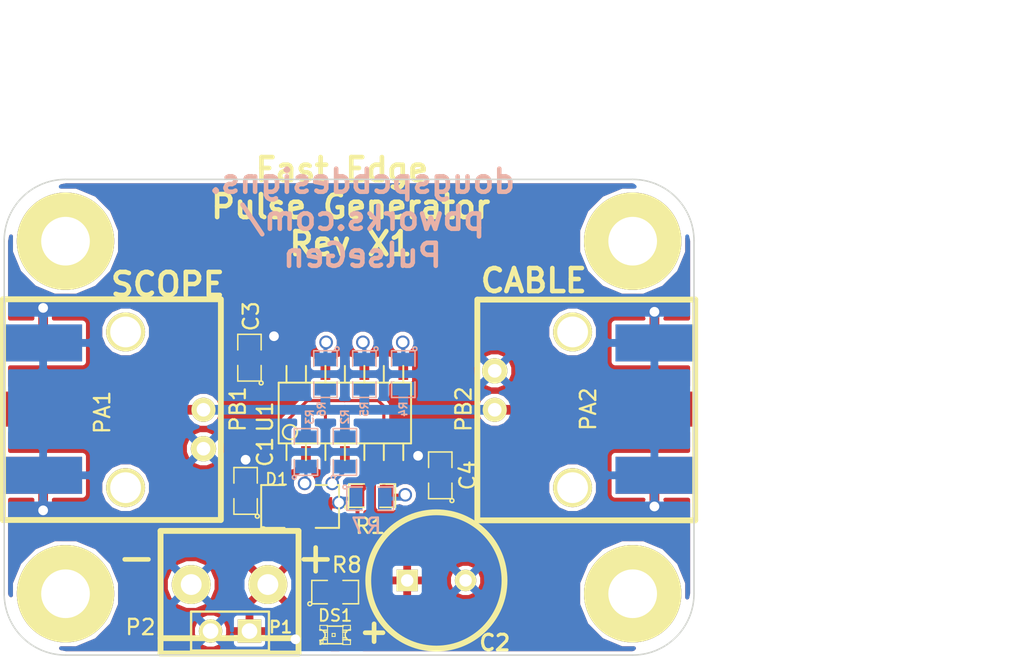
<source format=kicad_pcb>
(kicad_pcb (version 3) (host pcbnew "(2013-04-19 BZR 4011)-stable")

  (general
    (links 48)
    (no_connects 0)
    (area -6.651066 -11.349999 70.5 32.0802)
    (thickness 1.6)
    (drawings 20)
    (tracks 97)
    (zones 0)
    (modules 25)
    (nets 13)
  )

  (page A3)
  (layers
    (15 F.Cu signal)
    (0 B.Cu signal hide)
    (16 B.Adhes user)
    (17 F.Adhes user)
    (18 B.Paste user)
    (19 F.Paste user)
    (20 B.SilkS user)
    (21 F.SilkS user)
    (22 B.Mask user)
    (23 F.Mask user)
    (24 Dwgs.User user)
    (28 Edge.Cuts user)
  )

  (setup
    (last_trace_width 0.254)
    (user_trace_width 0.2032)
    (user_trace_width 0.635)
    (trace_clearance 0.254)
    (zone_clearance 0.2032)
    (zone_45_only no)
    (trace_min 0.2032)
    (segment_width 0.2)
    (edge_width 0.1)
    (via_size 0.889)
    (via_drill 0.635)
    (via_min_size 0.889)
    (via_min_drill 0.508)
    (uvia_size 0.508)
    (uvia_drill 0.127)
    (uvias_allowed no)
    (uvia_min_size 0.508)
    (uvia_min_drill 0.127)
    (pcb_text_width 0.3)
    (pcb_text_size 1.5 1.5)
    (mod_edge_width 0.15)
    (mod_text_size 1 1)
    (mod_text_width 0.15)
    (pad_size 1.5 1.5)
    (pad_drill 0.6)
    (pad_to_mask_clearance 0)
    (aux_axis_origin 0 0)
    (visible_elements 7FFFFFBF)
    (pcbplotparams
      (layerselection 15761409)
      (usegerberextensions true)
      (excludeedgelayer false)
      (linewidth 152400)
      (plotframeref false)
      (viasonmask false)
      (mode 1)
      (useauxorigin false)
      (hpglpennumber 1)
      (hpglpenspeed 20)
      (hpglpendiameter 15)
      (hpglpenoverlay 2)
      (psnegative false)
      (psa4output false)
      (plotreference true)
      (plotvalue true)
      (plotothertext true)
      (plotinvisibletext false)
      (padsonsilk false)
      (subtractmaskfromsilk false)
      (outputformat 1)
      (mirror false)
      (drillshape 0)
      (scaleselection 1)
      (outputdirectory plots/))
  )

  (net 0 "")
  (net 1 GND)
  (net 2 N-0000010)
  (net 3 N-0000011)
  (net 4 N-0000012)
  (net 5 N-0000013)
  (net 6 N-0000014)
  (net 7 N-0000015)
  (net 8 N-0000016)
  (net 9 N-000006)
  (net 10 N-000008)
  (net 11 N-000009)
  (net 12 VCC)

  (net_class Default "This is the default net class."
    (clearance 0.254)
    (trace_width 0.254)
    (via_dia 0.889)
    (via_drill 0.635)
    (uvia_dia 0.508)
    (uvia_drill 0.127)
    (add_net "")
    (add_net GND)
    (add_net N-0000010)
    (add_net N-0000011)
    (add_net N-0000012)
    (add_net N-0000013)
    (add_net N-0000014)
    (add_net N-0000015)
    (add_net N-0000016)
    (add_net N-000006)
    (add_net N-000008)
    (add_net N-000009)
    (add_net VCC)
  )

  (module SM0805 (layer B.Cu) (tedit 519A8AD1) (tstamp 519A5118)
    (at 22.225 17.78 90)
    (path /519A4DEE)
    (attr smd)
    (fp_text reference R2 (at 2.286 0 90) (layer B.SilkS)
      (effects (font (size 0.50038 0.50038) (thickness 0.10922)) (justify mirror))
    )
    (fp_text value 240 (at 0 -0.381 90) (layer B.SilkS) hide
      (effects (font (size 0.50038 0.50038) (thickness 0.10922)) (justify mirror))
    )
    (fp_circle (center -1.651 -0.762) (end -1.651 -0.635) (layer B.SilkS) (width 0.09906))
    (fp_line (start -0.508 -0.762) (end -1.524 -0.762) (layer B.SilkS) (width 0.09906))
    (fp_line (start -1.524 -0.762) (end -1.524 0.762) (layer B.SilkS) (width 0.09906))
    (fp_line (start -1.524 0.762) (end -0.508 0.762) (layer B.SilkS) (width 0.09906))
    (fp_line (start 0.508 0.762) (end 1.524 0.762) (layer B.SilkS) (width 0.09906))
    (fp_line (start 1.524 0.762) (end 1.524 -0.762) (layer B.SilkS) (width 0.09906))
    (fp_line (start 1.524 -0.762) (end 0.508 -0.762) (layer B.SilkS) (width 0.09906))
    (pad 1 smd rect (at -0.9525 0 90) (size 0.889 1.397)
      (layers B.Cu B.Paste B.Mask)
      (net 2 N-0000010)
    )
    (pad 2 smd rect (at 0.9525 0 90) (size 0.889 1.397)
      (layers B.Cu B.Paste B.Mask)
      (net 5 N-0000013)
    )
    (model smd/chip_cms.wrl
      (at (xyz 0 0 0))
      (scale (xyz 0.1 0.1 0.1))
      (rotate (xyz 0 0 0))
    )
  )

  (module SM0805 (layer F.Cu) (tedit 519BBCE3) (tstamp 519A5125)
    (at 24 20.63)
    (path /519A4DFD)
    (attr smd)
    (fp_text reference R1 (at -0.124 1.976) (layer F.SilkS)
      (effects (font (size 1 1) (thickness 0.15)))
    )
    (fp_text value 33K (at 0.328 1.972) (layer F.SilkS) hide
      (effects (font (size 0.50038 0.50038) (thickness 0.10922)))
    )
    (fp_circle (center -1.651 0.762) (end -1.651 0.635) (layer F.SilkS) (width 0.09906))
    (fp_line (start -0.508 0.762) (end -1.524 0.762) (layer F.SilkS) (width 0.09906))
    (fp_line (start -1.524 0.762) (end -1.524 -0.762) (layer F.SilkS) (width 0.09906))
    (fp_line (start -1.524 -0.762) (end -0.508 -0.762) (layer F.SilkS) (width 0.09906))
    (fp_line (start 0.508 -0.762) (end 1.524 -0.762) (layer F.SilkS) (width 0.09906))
    (fp_line (start 1.524 -0.762) (end 1.524 0.762) (layer F.SilkS) (width 0.09906))
    (fp_line (start 1.524 0.762) (end 0.508 0.762) (layer F.SilkS) (width 0.09906))
    (pad 1 smd rect (at -0.9525 0) (size 0.889 1.397)
      (layers F.Cu F.Paste F.Mask)
      (net 11 N-000009)
    )
    (pad 2 smd rect (at 0.9525 0) (size 0.889 1.397)
      (layers F.Cu F.Paste F.Mask)
      (net 4 N-0000012)
    )
    (model smd/chip_cms.wrl
      (at (xyz 0 0 0))
      (scale (xyz 0.1 0.1 0.1))
      (rotate (xyz 0 0 0))
    )
  )

  (module SM0805 (layer F.Cu) (tedit 519BB53D) (tstamp 519A5132)
    (at 15.748 20.32 90)
    (path /519A4E0C)
    (attr smd)
    (fp_text reference C1 (at 2.54 1.27 90) (layer F.SilkS)
      (effects (font (size 1 1) (thickness 0.15)))
    )
    (fp_text value 47nF (at -0.392 -1.972 90) (layer F.SilkS) hide
      (effects (font (size 0.50038 0.50038) (thickness 0.10922)))
    )
    (fp_circle (center -1.651 0.762) (end -1.651 0.635) (layer F.SilkS) (width 0.09906))
    (fp_line (start -0.508 0.762) (end -1.524 0.762) (layer F.SilkS) (width 0.09906))
    (fp_line (start -1.524 0.762) (end -1.524 -0.762) (layer F.SilkS) (width 0.09906))
    (fp_line (start -1.524 -0.762) (end -0.508 -0.762) (layer F.SilkS) (width 0.09906))
    (fp_line (start 0.508 -0.762) (end 1.524 -0.762) (layer F.SilkS) (width 0.09906))
    (fp_line (start 1.524 -0.762) (end 1.524 0.762) (layer F.SilkS) (width 0.09906))
    (fp_line (start 1.524 0.762) (end 0.508 0.762) (layer F.SilkS) (width 0.09906))
    (pad 1 smd rect (at -0.9525 0 90) (size 0.889 1.397)
      (layers F.Cu F.Paste F.Mask)
      (net 11 N-000009)
    )
    (pad 2 smd rect (at 0.9525 0 90) (size 0.889 1.397)
      (layers F.Cu F.Paste F.Mask)
      (net 1 GND)
    )
    (model smd/chip_cms.wrl
      (at (xyz 0 0 0))
      (scale (xyz 0.1 0.1 0.1))
      (rotate (xyz 0 0 0))
    )
  )

  (module SM0805 (layer B.Cu) (tedit 519A8AD8) (tstamp 519A8A9A)
    (at 19.685 17.78 90)
    (path /519A4ED4)
    (attr smd)
    (fp_text reference R3 (at 2.286 0.254 90) (layer B.SilkS)
      (effects (font (size 0.50038 0.50038) (thickness 0.10922)) (justify mirror))
    )
    (fp_text value 240 (at 0 -0.381 90) (layer B.SilkS) hide
      (effects (font (size 0.50038 0.50038) (thickness 0.10922)) (justify mirror))
    )
    (fp_circle (center -1.651 -0.762) (end -1.651 -0.635) (layer B.SilkS) (width 0.09906))
    (fp_line (start -0.508 -0.762) (end -1.524 -0.762) (layer B.SilkS) (width 0.09906))
    (fp_line (start -1.524 -0.762) (end -1.524 0.762) (layer B.SilkS) (width 0.09906))
    (fp_line (start -1.524 0.762) (end -0.508 0.762) (layer B.SilkS) (width 0.09906))
    (fp_line (start 0.508 0.762) (end 1.524 0.762) (layer B.SilkS) (width 0.09906))
    (fp_line (start 1.524 0.762) (end 1.524 -0.762) (layer B.SilkS) (width 0.09906))
    (fp_line (start 1.524 -0.762) (end 0.508 -0.762) (layer B.SilkS) (width 0.09906))
    (pad 1 smd rect (at -0.9525 0 90) (size 0.889 1.397)
      (layers B.Cu B.Paste B.Mask)
      (net 3 N-0000011)
    )
    (pad 2 smd rect (at 0.9525 0 90) (size 0.889 1.397)
      (layers B.Cu B.Paste B.Mask)
      (net 5 N-0000013)
    )
    (model smd/chip_cms.wrl
      (at (xyz 0 0 0))
      (scale (xyz 0.1 0.1 0.1))
      (rotate (xyz 0 0 0))
    )
  )

  (module SM0805 (layer B.Cu) (tedit 519A8B43) (tstamp 519A514C)
    (at 26.035 12.7 270)
    (path /519A4EE6)
    (attr smd)
    (fp_text reference R4 (at 2.286 0 270) (layer B.SilkS)
      (effects (font (size 0.50038 0.50038) (thickness 0.10922)) (justify mirror))
    )
    (fp_text value 240 (at 0 -0.381 270) (layer B.SilkS) hide
      (effects (font (size 0.50038 0.50038) (thickness 0.10922)) (justify mirror))
    )
    (fp_circle (center -1.651 -0.762) (end -1.651 -0.635) (layer B.SilkS) (width 0.09906))
    (fp_line (start -0.508 -0.762) (end -1.524 -0.762) (layer B.SilkS) (width 0.09906))
    (fp_line (start -1.524 -0.762) (end -1.524 0.762) (layer B.SilkS) (width 0.09906))
    (fp_line (start -1.524 0.762) (end -0.508 0.762) (layer B.SilkS) (width 0.09906))
    (fp_line (start 0.508 0.762) (end 1.524 0.762) (layer B.SilkS) (width 0.09906))
    (fp_line (start 1.524 0.762) (end 1.524 -0.762) (layer B.SilkS) (width 0.09906))
    (fp_line (start 1.524 -0.762) (end 0.508 -0.762) (layer B.SilkS) (width 0.09906))
    (pad 1 smd rect (at -0.9525 0 270) (size 0.889 1.397)
      (layers B.Cu B.Paste B.Mask)
      (net 6 N-0000014)
    )
    (pad 2 smd rect (at 0.9525 0 270) (size 0.889 1.397)
      (layers B.Cu B.Paste B.Mask)
      (net 5 N-0000013)
    )
    (model smd/chip_cms.wrl
      (at (xyz 0 0 0))
      (scale (xyz 0.1 0.1 0.1))
      (rotate (xyz 0 0 0))
    )
  )

  (module SM0805 (layer B.Cu) (tedit 519A8ACF) (tstamp 519A5159)
    (at 23.495 12.7 270)
    (path /519A4F10)
    (attr smd)
    (fp_text reference R5 (at 2.286 0 270) (layer B.SilkS)
      (effects (font (size 0.50038 0.50038) (thickness 0.10922)) (justify mirror))
    )
    (fp_text value 240 (at 0 -0.381 270) (layer B.SilkS) hide
      (effects (font (size 0.50038 0.50038) (thickness 0.10922)) (justify mirror))
    )
    (fp_circle (center -1.651 -0.762) (end -1.651 -0.635) (layer B.SilkS) (width 0.09906))
    (fp_line (start -0.508 -0.762) (end -1.524 -0.762) (layer B.SilkS) (width 0.09906))
    (fp_line (start -1.524 -0.762) (end -1.524 0.762) (layer B.SilkS) (width 0.09906))
    (fp_line (start -1.524 0.762) (end -0.508 0.762) (layer B.SilkS) (width 0.09906))
    (fp_line (start 0.508 0.762) (end 1.524 0.762) (layer B.SilkS) (width 0.09906))
    (fp_line (start 1.524 0.762) (end 1.524 -0.762) (layer B.SilkS) (width 0.09906))
    (fp_line (start 1.524 -0.762) (end 0.508 -0.762) (layer B.SilkS) (width 0.09906))
    (pad 1 smd rect (at -0.9525 0 270) (size 0.889 1.397)
      (layers B.Cu B.Paste B.Mask)
      (net 7 N-0000015)
    )
    (pad 2 smd rect (at 0.9525 0 270) (size 0.889 1.397)
      (layers B.Cu B.Paste B.Mask)
      (net 5 N-0000013)
    )
    (model smd/chip_cms.wrl
      (at (xyz 0 0 0))
      (scale (xyz 0.1 0.1 0.1))
      (rotate (xyz 0 0 0))
    )
  )

  (module SM0805 (layer B.Cu) (tedit 519A8ADC) (tstamp 519A5166)
    (at 20.955 12.7 270)
    (path /519A4F1D)
    (attr smd)
    (fp_text reference R6 (at 2.286 0.254 270) (layer B.SilkS)
      (effects (font (size 0.50038 0.50038) (thickness 0.10922)) (justify mirror))
    )
    (fp_text value 240 (at 0 -0.381 270) (layer B.SilkS) hide
      (effects (font (size 0.50038 0.50038) (thickness 0.10922)) (justify mirror))
    )
    (fp_circle (center -1.651 -0.762) (end -1.651 -0.635) (layer B.SilkS) (width 0.09906))
    (fp_line (start -0.508 -0.762) (end -1.524 -0.762) (layer B.SilkS) (width 0.09906))
    (fp_line (start -1.524 -0.762) (end -1.524 0.762) (layer B.SilkS) (width 0.09906))
    (fp_line (start -1.524 0.762) (end -0.508 0.762) (layer B.SilkS) (width 0.09906))
    (fp_line (start 0.508 0.762) (end 1.524 0.762) (layer B.SilkS) (width 0.09906))
    (fp_line (start 1.524 0.762) (end 1.524 -0.762) (layer B.SilkS) (width 0.09906))
    (fp_line (start 1.524 -0.762) (end 0.508 -0.762) (layer B.SilkS) (width 0.09906))
    (pad 1 smd rect (at -0.9525 0 270) (size 0.889 1.397)
      (layers B.Cu B.Paste B.Mask)
      (net 8 N-0000016)
    )
    (pad 2 smd rect (at 0.9525 0 270) (size 0.889 1.397)
      (layers B.Cu B.Paste B.Mask)
      (net 5 N-0000013)
    )
    (model smd/chip_cms.wrl
      (at (xyz 0 0 0))
      (scale (xyz 0.1 0.1 0.1))
      (rotate (xyz 0 0 0))
    )
  )

  (module SM0805 (layer F.Cu) (tedit 519B614E) (tstamp 519A5173)
    (at 16 11.63 90)
    (path /519A510E)
    (attr smd)
    (fp_text reference C3 (at 2.7 0.098 90) (layer F.SilkS)
      (effects (font (size 1 1) (thickness 0.15)))
    )
    (fp_text value 0.1uF (at 0.25 1.75 90) (layer F.SilkS) hide
      (effects (font (size 0.50038 0.50038) (thickness 0.10922)))
    )
    (fp_circle (center -1.651 0.762) (end -1.651 0.635) (layer F.SilkS) (width 0.09906))
    (fp_line (start -0.508 0.762) (end -1.524 0.762) (layer F.SilkS) (width 0.09906))
    (fp_line (start -1.524 0.762) (end -1.524 -0.762) (layer F.SilkS) (width 0.09906))
    (fp_line (start -1.524 -0.762) (end -0.508 -0.762) (layer F.SilkS) (width 0.09906))
    (fp_line (start 0.508 -0.762) (end 1.524 -0.762) (layer F.SilkS) (width 0.09906))
    (fp_line (start 1.524 -0.762) (end 1.524 0.762) (layer F.SilkS) (width 0.09906))
    (fp_line (start 1.524 0.762) (end 0.508 0.762) (layer F.SilkS) (width 0.09906))
    (pad 1 smd rect (at -0.9525 0 90) (size 0.889 1.397)
      (layers F.Cu F.Paste F.Mask)
      (net 12 VCC)
    )
    (pad 2 smd rect (at 0.9525 0 90) (size 0.889 1.397)
      (layers F.Cu F.Paste F.Mask)
      (net 1 GND)
    )
    (model smd/chip_cms.wrl
      (at (xyz 0 0 0))
      (scale (xyz 0.1 0.1 0.1))
      (rotate (xyz 0 0 0))
    )
  )

  (module C1.5V8V (layer F.Cu) (tedit 519CD63E) (tstamp 519A517B)
    (at 28.194 26.162)
    (path /519A50E6)
    (fp_text reference C2 (at 3.81 4.064) (layer F.SilkS)
      (effects (font (size 1.016 1.016) (thickness 0.2032)))
    )
    (fp_text value 100uF (at 0 -2.286) (layer F.SilkS) hide
      (effects (font (size 1.016 1.016) (thickness 0.2032)))
    )
    (fp_text user + (at -4.064 3.302) (layer F.SilkS)
      (effects (font (size 1.524 1.524) (thickness 0.3048)))
    )
    (fp_circle (center 0 0) (end 0 4.445) (layer F.SilkS) (width 0.381))
    (pad 1 thru_hole rect (at -1.905 0) (size 1.397 1.397) (drill 0.8128)
      (layers *.Cu *.Mask F.SilkS)
      (net 12 VCC)
    )
    (pad 2 thru_hole circle (at 1.905 0) (size 1.397 1.397) (drill 0.8128)
      (layers *.Cu *.Mask F.SilkS)
      (net 1 GND)
    )
    (model discret/c_vert_c1v8.wrl
      (at (xyz 0 0 0))
      (scale (xyz 1.5 1.5 1))
      (rotate (xyz 0 0 0))
    )
  )

  (module TB2-5MM (layer F.Cu) (tedit 519BB487) (tstamp 519A5186)
    (at 17.2 26.43 180)
    (path /519A51D3)
    (fp_text reference P2 (at 8.31 -2.78 180) (layer F.SilkS)
      (effects (font (size 1 1) (thickness 0.15)))
    )
    (fp_text value CONN_2 (at 2 5 180) (layer F.SilkS) hide
      (effects (font (size 1.524 1.524) (thickness 0.3048)))
    )
    (fp_line (start -2 -4.5) (end -2 3.5) (layer F.SilkS) (width 0.381))
    (fp_line (start 7 -4.5) (end 7 3.5) (layer F.SilkS) (width 0.381))
    (fp_line (start -2 3.5) (end 7 3.5) (layer F.SilkS) (width 0.381))
    (fp_line (start -2 -3.5) (end 7 -3.5) (layer F.SilkS) (width 0.381))
    (fp_line (start -2 -4.5) (end 7 -4.5) (layer F.SilkS) (width 0.381))
    (pad 1 thru_hole circle (at 0 0 180) (size 2.54 2.54) (drill 1.3589)
      (layers *.Cu *.Mask F.SilkS)
      (net 12 VCC)
    )
    (pad 2 thru_hole circle (at 5 0 180) (size 2.54 2.54) (drill 1.3589)
      (layers *.Cu *.Mask F.SilkS)
      (net 1 GND)
    )
  )

  (module so-14 (layer F.Cu) (tedit 519B6159) (tstamp 519A5555)
    (at 22.225 15.24)
    (descr SO-14)
    (path /519A4DC8)
    (attr smd)
    (fp_text reference U1 (at -5.207 0.254 90) (layer F.SilkS)
      (effects (font (size 1 1) (thickness 0.15)))
    )
    (fp_text value 74AC14 (at 0 1.016) (layer F.SilkS) hide
      (effects (font (size 0.7493 0.7493) (thickness 0.14986)))
    )
    (fp_line (start -4.318 -1.9812) (end -4.318 1.9812) (layer F.SilkS) (width 0.127))
    (fp_line (start -4.318 1.9812) (end 4.318 1.9812) (layer F.SilkS) (width 0.127))
    (fp_line (start 4.318 1.9812) (end 4.318 -1.9812) (layer F.SilkS) (width 0.127))
    (fp_line (start 4.318 -1.9812) (end -4.318 -1.9812) (layer F.SilkS) (width 0.127))
    (fp_line (start -2.54 -1.9812) (end -2.54 -3.0734) (layer F.SilkS) (width 0.127))
    (fp_line (start -1.27 -1.9812) (end -1.27 -3.0734) (layer F.SilkS) (width 0.127))
    (fp_line (start 0 -1.9812) (end 0 -3.0734) (layer F.SilkS) (width 0.127))
    (fp_line (start -3.81 -1.9812) (end -3.81 -3.0734) (layer F.SilkS) (width 0.127))
    (fp_line (start 1.27 -3.0734) (end 1.27 -1.9812) (layer F.SilkS) (width 0.127))
    (fp_line (start 2.54 -3.0734) (end 2.54 -1.9812) (layer F.SilkS) (width 0.127))
    (fp_line (start 3.81 -3.0734) (end 3.81 -1.9812) (layer F.SilkS) (width 0.127))
    (fp_line (start 3.81 1.9812) (end 3.81 3.0734) (layer F.SilkS) (width 0.127))
    (fp_line (start 2.54 1.9812) (end 2.54 3.0734) (layer F.SilkS) (width 0.127))
    (fp_line (start -3.81 1.9812) (end -3.81 3.0734) (layer F.SilkS) (width 0.127))
    (fp_line (start -2.54 3.0734) (end -2.54 1.9812) (layer F.SilkS) (width 0.127))
    (fp_line (start 1.27 3.0734) (end 1.27 1.9812) (layer F.SilkS) (width 0.127))
    (fp_line (start 0 3.0734) (end 0 1.9812) (layer F.SilkS) (width 0.127))
    (fp_line (start -1.27 3.0734) (end -1.27 1.9812) (layer F.SilkS) (width 0.127))
    (fp_circle (center -3.5814 1.2446) (end -3.8608 1.6256) (layer F.SilkS) (width 0.127))
    (pad 1 smd rect (at -3.81 2.794) (size 0.635 1.27)
      (layers F.Cu F.Paste F.Mask)
      (net 4 N-0000012)
    )
    (pad 2 smd rect (at -2.54 2.794) (size 0.635 1.27)
      (layers F.Cu F.Paste F.Mask)
      (net 3 N-0000011)
    )
    (pad 3 smd rect (at -1.27 2.794) (size 0.635 1.27)
      (layers F.Cu F.Paste F.Mask)
      (net 4 N-0000012)
    )
    (pad 4 smd rect (at 0 2.794) (size 0.635 1.27)
      (layers F.Cu F.Paste F.Mask)
      (net 2 N-0000010)
    )
    (pad 5 smd rect (at 1.27 2.794) (size 0.635 1.27)
      (layers F.Cu F.Paste F.Mask)
      (net 11 N-000009)
    )
    (pad 6 smd rect (at 2.54 2.794) (size 0.635 1.27)
      (layers F.Cu F.Paste F.Mask)
      (net 4 N-0000012)
    )
    (pad 7 smd rect (at 3.81 2.794) (size 0.635 1.27)
      (layers F.Cu F.Paste F.Mask)
      (net 1 GND)
    )
    (pad 8 smd rect (at 3.81 -2.794) (size 0.635 1.27)
      (layers F.Cu F.Paste F.Mask)
      (net 6 N-0000014)
    )
    (pad 9 smd rect (at 2.54 -2.794) (size 0.635 1.27)
      (layers F.Cu F.Paste F.Mask)
      (net 4 N-0000012)
    )
    (pad 10 smd rect (at 1.27 -2.794) (size 0.635 1.27)
      (layers F.Cu F.Paste F.Mask)
      (net 7 N-0000015)
    )
    (pad 11 smd rect (at 0 -2.794) (size 0.635 1.27)
      (layers F.Cu F.Paste F.Mask)
      (net 4 N-0000012)
    )
    (pad 12 smd rect (at -1.27 -2.794) (size 0.635 1.27)
      (layers F.Cu F.Paste F.Mask)
      (net 8 N-0000016)
    )
    (pad 13 smd rect (at -2.54 -2.794) (size 0.635 1.27)
      (layers F.Cu F.Paste F.Mask)
      (net 4 N-0000012)
    )
    (pad 14 smd rect (at -3.81 -2.794) (size 0.635 1.27)
      (layers F.Cu F.Paste F.Mask)
      (net 12 VCC)
    )
    (model smd/smd_dil/so-14.wrl
      (at (xyz 0 0 0))
      (scale (xyz 1 1 1))
      (rotate (xyz 0 0 0))
    )
  )

  (module MTG-4-40 (layer F.Cu) (tedit 50F036E3) (tstamp 519A559B)
    (at 4 27.03)
    (path /519A590D)
    (fp_text reference MTG3 (at -6.858 -0.635) (layer F.SilkS) hide
      (effects (font (size 1.524 1.524) (thickness 0.3048)))
    )
    (fp_text value CONN_1 (at 0 -5.08) (layer F.SilkS) hide
      (effects (font (size 1.524 1.524) (thickness 0.3048)))
    )
    (pad 1 thru_hole circle (at 0 0) (size 6.35 6.35) (drill 3.175)
      (layers *.Cu *.Mask F.SilkS)
    )
  )

  (module MTG-4-40 (layer F.Cu) (tedit 50F036E3) (tstamp 519A55A0)
    (at 41 4.03)
    (path /519A5913)
    (fp_text reference MTG2 (at -6.858 -0.635) (layer F.SilkS) hide
      (effects (font (size 1.524 1.524) (thickness 0.3048)))
    )
    (fp_text value CONN_1 (at 0 -5.08) (layer F.SilkS) hide
      (effects (font (size 1.524 1.524) (thickness 0.3048)))
    )
    (pad 1 thru_hole circle (at 0 0) (size 6.35 6.35) (drill 3.175)
      (layers *.Cu *.Mask F.SilkS)
    )
  )

  (module MTG-4-40 (layer F.Cu) (tedit 50F036E3) (tstamp 519A55A5)
    (at 4 4.03)
    (path /519A5919)
    (fp_text reference MTG1 (at -6.858 -0.635) (layer F.SilkS) hide
      (effects (font (size 1.524 1.524) (thickness 0.3048)))
    )
    (fp_text value CONN_1 (at 0 -5.08) (layer F.SilkS) hide
      (effects (font (size 1.524 1.524) (thickness 0.3048)))
    )
    (pad 1 thru_hole circle (at 0 0) (size 6.35 6.35) (drill 3.175)
      (layers *.Cu *.Mask F.SilkS)
    )
  )

  (module SMA_EDGE (layer F.Cu) (tedit 519B6163) (tstamp 519A5FF7)
    (at 2.54 14.986)
    (path /519A5DA2)
    (fp_text reference PA1 (at 3.858 0.21 90) (layer F.SilkS)
      (effects (font (size 1 1) (thickness 0.15)))
    )
    (fp_text value SMA (at 4.826 0.254 90) (layer F.SilkS) hide
      (effects (font (size 1.524 1.524) (thickness 0.3048)))
    )
    (pad 1 smd rect (at 0 0) (size 5.08 2.286)
      (layers F.Cu F.Paste F.Mask)
      (net 5 N-0000013)
    )
    (pad 2 smd rect (at 0 -4.318) (size 5.08 2.413)
      (layers F.Cu F.Paste F.Mask)
      (net 1 GND)
    )
    (pad 2 smd rect (at 0 4.318) (size 5.08 2.413)
      (layers F.Cu F.Paste F.Mask)
      (net 1 GND)
    )
    (pad 2 smd rect (at 0 -4.318) (size 5.08 2.413)
      (layers B.Cu B.Paste B.Mask)
      (net 1 GND)
    )
    (pad 2 smd rect (at 0 4.318) (size 5.08 2.413)
      (layers B.Cu B.Paste B.Mask)
      (net 1 GND)
    )
  )

  (module BNC-RT (layer F.Cu) (tedit 519B651B) (tstamp 519A6003)
    (at 13 15.03 90)
    (path /519A5027)
    (fp_text reference PB1 (at 0.044 2.24 90) (layer F.SilkS)
      (effects (font (size 1 1) (thickness 0.15)))
    )
    (fp_text value BNC (at -0.14986 6.2992 90) (layer F.SilkS) hide
      (effects (font (size 1.524 1.524) (thickness 0.3048)))
    )
    (fp_line (start -7.1882 1.1176) (end -7.1882 -13.08354) (layer F.SilkS) (width 0.381))
    (fp_line (start -7.19328 -13.07846) (end 7.20598 -13.07846) (layer F.SilkS) (width 0.381))
    (fp_line (start 7.21106 -13.08354) (end 7.21106 1.1176) (layer F.SilkS) (width 0.381))
    (fp_line (start -7.1882 1.13538) (end 7.21106 1.13538) (layer F.SilkS) (width 0.381))
    (pad 1 thru_hole circle (at 0 0 90) (size 1.5748 1.5748) (drill 0.889)
      (layers *.Cu *.Mask F.SilkS)
      (net 5 N-0000013)
    )
    (pad 2 thru_hole circle (at -2.54 0 90) (size 1.651 1.651) (drill 0.889)
      (layers *.Cu *.Mask F.SilkS)
      (net 1 GND)
    )
    (pad "" thru_hole circle (at -5.08 -5.08 90) (size 2.54 2.54) (drill 2.00914)
      (layers *.Cu *.Mask F.SilkS)
    )
    (pad "" thru_hole circle (at 5.08 -5.08 90) (size 2.54 2.54) (drill 2.00914)
      (layers *.Cu *.Mask F.SilkS)
    )
    (model ../KiCAD/modules/packages3d/BNC-RT.wrl
      (at (xyz 0 0 0))
      (scale (xyz 1 1 1))
      (rotate (xyz 0 0 0))
    )
  )

  (module SMA_EDGE (layer F.Cu) (tedit 516DB352) (tstamp 519B5821)
    (at 42.418 14.986)
    (path /519B595A)
    (fp_text reference PA2 (at -4.318 0 90) (layer F.SilkS)
      (effects (font (size 1 1) (thickness 0.15)))
    )
    (fp_text value SMA (at 4.826 0.254 90) (layer F.SilkS) hide
      (effects (font (size 1.524 1.524) (thickness 0.3048)))
    )
    (pad 1 smd rect (at 0 0) (size 5.08 2.286)
      (layers F.Cu F.Paste F.Mask)
      (net 5 N-0000013)
    )
    (pad 2 smd rect (at 0 -4.318) (size 5.08 2.413)
      (layers F.Cu F.Paste F.Mask)
      (net 1 GND)
    )
    (pad 2 smd rect (at 0 4.318) (size 5.08 2.413)
      (layers F.Cu F.Paste F.Mask)
      (net 1 GND)
    )
    (pad 2 smd rect (at 0 -4.318) (size 5.08 2.413)
      (layers B.Cu B.Paste B.Mask)
      (net 1 GND)
    )
    (pad 2 smd rect (at 0 4.318) (size 5.08 2.413)
      (layers B.Cu B.Paste B.Mask)
      (net 1 GND)
    )
  )

  (module MTG-4-40 (layer F.Cu) (tedit 50F036E3) (tstamp 519B5826)
    (at 41 27.03)
    (path /519B588C)
    (fp_text reference MTG4 (at -6.858 -0.635) (layer F.SilkS) hide
      (effects (font (size 1.524 1.524) (thickness 0.3048)))
    )
    (fp_text value CONN_1 (at 0 -5.08) (layer F.SilkS) hide
      (effects (font (size 1.524 1.524) (thickness 0.3048)))
    )
    (pad 1 thru_hole circle (at 0 0) (size 6.35 6.35) (drill 3.175)
      (layers *.Cu *.Mask F.SilkS)
    )
  )

  (module BNC-RT (layer F.Cu) (tedit 519BB578) (tstamp 519B5832)
    (at 32 15.03 270)
    (path /519B5954)
    (fp_text reference PB2 (at -0.044 2.028 270) (layer F.SilkS)
      (effects (font (size 1 1) (thickness 0.15)))
    )
    (fp_text value BNC (at -0.14986 6.2992 270) (layer F.SilkS) hide
      (effects (font (size 1.524 1.524) (thickness 0.3048)))
    )
    (fp_line (start -7.1882 1.1176) (end -7.1882 -13.08354) (layer F.SilkS) (width 0.381))
    (fp_line (start -7.19328 -13.07846) (end 7.20598 -13.07846) (layer F.SilkS) (width 0.381))
    (fp_line (start 7.21106 -13.08354) (end 7.21106 1.1176) (layer F.SilkS) (width 0.381))
    (fp_line (start -7.1882 1.13538) (end 7.21106 1.13538) (layer F.SilkS) (width 0.381))
    (pad 1 thru_hole circle (at 0 0 270) (size 1.5748 1.5748) (drill 0.889)
      (layers *.Cu *.Mask F.SilkS)
      (net 5 N-0000013)
    )
    (pad 2 thru_hole circle (at -2.54 0 270) (size 1.651 1.651) (drill 0.889)
      (layers *.Cu *.Mask F.SilkS)
      (net 1 GND)
    )
    (pad "" thru_hole circle (at -5.08 -5.08 270) (size 2.54 2.54) (drill 2.00914)
      (layers *.Cu *.Mask F.SilkS)
    )
    (pad "" thru_hole circle (at 5.08 -5.08 270) (size 2.54 2.54) (drill 2.00914)
      (layers *.Cu *.Mask F.SilkS)
    )
    (model ../KiCAD/modules/packages3d/BNC-RT.wrl
      (at (xyz 0 0 0))
      (scale (xyz 1 1 1))
      (rotate (xyz 0 0 0))
    )
  )

  (module SM0805 (layer F.Cu) (tedit 519B754D) (tstamp 519BAB3F)
    (at 28.448 19.304 90)
    (path /519B6558)
    (attr smd)
    (fp_text reference C4 (at 0 1.778 90) (layer F.SilkS)
      (effects (font (size 1 1) (thickness 0.15)))
    )
    (fp_text value 0.1uF (at 0 1.27 90) (layer F.SilkS) hide
      (effects (font (size 0.50038 0.50038) (thickness 0.10922)))
    )
    (fp_circle (center -1.651 0.762) (end -1.651 0.635) (layer F.SilkS) (width 0.09906))
    (fp_line (start -0.508 0.762) (end -1.524 0.762) (layer F.SilkS) (width 0.09906))
    (fp_line (start -1.524 0.762) (end -1.524 -0.762) (layer F.SilkS) (width 0.09906))
    (fp_line (start -1.524 -0.762) (end -0.508 -0.762) (layer F.SilkS) (width 0.09906))
    (fp_line (start 0.508 -0.762) (end 1.524 -0.762) (layer F.SilkS) (width 0.09906))
    (fp_line (start 1.524 -0.762) (end 1.524 0.762) (layer F.SilkS) (width 0.09906))
    (fp_line (start 1.524 0.762) (end 0.508 0.762) (layer F.SilkS) (width 0.09906))
    (pad 1 smd rect (at -0.9525 0 90) (size 0.889 1.397)
      (layers F.Cu F.Paste F.Mask)
      (net 12 VCC)
    )
    (pad 2 smd rect (at 0.9525 0 90) (size 0.889 1.397)
      (layers F.Cu F.Paste F.Mask)
      (net 1 GND)
    )
    (model smd/chip_cms.wrl
      (at (xyz 0 0 0))
      (scale (xyz 0.1 0.1 0.1))
      (rotate (xyz 0 0 0))
    )
  )

  (module SOD-123 (layer F.Cu) (tedit 519BB539) (tstamp 519BF673)
    (at 19.304 21.336)
    (tags "CMS SM")
    (path /519BB09A)
    (attr smd)
    (fp_text reference D1 (at -1.524 -1.778) (layer F.SilkS)
      (effects (font (size 0.762 0.762) (thickness 0.127)))
    )
    (fp_text value 1N4148 (at 0.127 2.159) (layer F.SilkS) hide
      (effects (font (size 0.762 0.762) (thickness 0.127)))
    )
    (fp_circle (center -2.413 1.524) (end -2.286 1.397) (layer F.SilkS) (width 0.127))
    (fp_line (start -1.016 -1.397) (end -2.54 -1.397) (layer F.SilkS) (width 0.127))
    (fp_line (start -2.54 -1.397) (end -2.54 1.397) (layer F.SilkS) (width 0.127))
    (fp_line (start -2.54 1.397) (end -1.016 1.397) (layer F.SilkS) (width 0.127))
    (fp_line (start 1.016 1.397) (end 2.54 1.397) (layer F.SilkS) (width 0.127))
    (fp_line (start 2.54 1.397) (end 2.54 -1.397) (layer F.SilkS) (width 0.127))
    (fp_line (start 2.54 -1.397) (end 1.016 -1.397) (layer F.SilkS) (width 0.127))
    (pad 1 smd rect (at -1.63576 0) (size 0.90932 1.2192)
      (layers F.Cu F.Paste F.Mask)
      (net 11 N-000009)
    )
    (pad 2 smd rect (at 1.63576 0) (size 0.90932 1.2192)
      (layers F.Cu F.Paste F.Mask)
      (net 10 N-000008)
    )
    (model smd/chip_cms.wrl
      (at (xyz 0 0 0))
      (scale (xyz 0.17 0.2 0.17))
      (rotate (xyz 0 0 0))
    )
  )

  (module SM0805 (layer B.Cu) (tedit 519BBCE0) (tstamp 519BF680)
    (at 23.876 20.828)
    (path /519BB0A9)
    (attr smd)
    (fp_text reference R7 (at -0.254 1.778) (layer B.SilkS)
      (effects (font (size 1 1) (thickness 0.15)) (justify mirror))
    )
    (fp_text value 150 (at 0 -0.381) (layer B.SilkS) hide
      (effects (font (size 0.50038 0.50038) (thickness 0.10922)) (justify mirror))
    )
    (fp_circle (center -1.651 -0.762) (end -1.651 -0.635) (layer B.SilkS) (width 0.09906))
    (fp_line (start -0.508 -0.762) (end -1.524 -0.762) (layer B.SilkS) (width 0.09906))
    (fp_line (start -1.524 -0.762) (end -1.524 0.762) (layer B.SilkS) (width 0.09906))
    (fp_line (start -1.524 0.762) (end -0.508 0.762) (layer B.SilkS) (width 0.09906))
    (fp_line (start 0.508 0.762) (end 1.524 0.762) (layer B.SilkS) (width 0.09906))
    (fp_line (start 1.524 0.762) (end 1.524 -0.762) (layer B.SilkS) (width 0.09906))
    (fp_line (start 1.524 -0.762) (end 0.508 -0.762) (layer B.SilkS) (width 0.09906))
    (pad 1 smd rect (at -0.9525 0) (size 0.889 1.397)
      (layers B.Cu B.Paste B.Mask)
      (net 10 N-000008)
    )
    (pad 2 smd rect (at 0.9525 0) (size 0.889 1.397)
      (layers B.Cu B.Paste B.Mask)
      (net 4 N-0000012)
    )
    (model smd/chip_cms.wrl
      (at (xyz 0 0 0))
      (scale (xyz 0.1 0.1 0.1))
      (rotate (xyz 0 0 0))
    )
  )

  (module SM0805 (layer F.Cu) (tedit 519CD6FE) (tstamp 519CD622)
    (at 21.59 26.924)
    (path /519CD5E7)
    (attr smd)
    (fp_text reference R8 (at 0.762 -1.778) (layer F.SilkS)
      (effects (font (size 1 1) (thickness 0.15)))
    )
    (fp_text value 240 (at 0 0.381) (layer F.SilkS) hide
      (effects (font (size 0.50038 0.50038) (thickness 0.10922)))
    )
    (fp_circle (center -1.651 0.762) (end -1.651 0.635) (layer F.SilkS) (width 0.09906))
    (fp_line (start -0.508 0.762) (end -1.524 0.762) (layer F.SilkS) (width 0.09906))
    (fp_line (start -1.524 0.762) (end -1.524 -0.762) (layer F.SilkS) (width 0.09906))
    (fp_line (start -1.524 -0.762) (end -0.508 -0.762) (layer F.SilkS) (width 0.09906))
    (fp_line (start 0.508 -0.762) (end 1.524 -0.762) (layer F.SilkS) (width 0.09906))
    (fp_line (start 1.524 -0.762) (end 1.524 0.762) (layer F.SilkS) (width 0.09906))
    (fp_line (start 1.524 0.762) (end 0.508 0.762) (layer F.SilkS) (width 0.09906))
    (pad 1 smd rect (at -0.9525 0) (size 0.889 1.397)
      (layers F.Cu F.Paste F.Mask)
      (net 12 VCC)
    )
    (pad 2 smd rect (at 0.9525 0) (size 0.889 1.397)
      (layers F.Cu F.Paste F.Mask)
      (net 9 N-000006)
    )
    (model smd/chip_cms.wrl
      (at (xyz 0 0 0))
      (scale (xyz 0.1 0.1 0.1))
      (rotate (xyz 0 0 0))
    )
  )

  (module LED-0805 (layer F.Cu) (tedit 519CD6D4) (tstamp 519CE077)
    (at 21.59 29.718 180)
    (descr "LED 0805 smd package")
    (tags "LED 0805 SMD")
    (path /519CD6E4)
    (attr smd)
    (fp_text reference DS1 (at 0 1.27 180) (layer F.SilkS)
      (effects (font (size 0.762 0.762) (thickness 0.127)))
    )
    (fp_text value LED (at 0 1.27 180) (layer F.SilkS) hide
      (effects (font (size 0.762 0.762) (thickness 0.127)))
    )
    (fp_line (start 0.49784 0.29972) (end 0.49784 0.62484) (layer F.SilkS) (width 0.06604))
    (fp_line (start 0.49784 0.62484) (end 0.99822 0.62484) (layer F.SilkS) (width 0.06604))
    (fp_line (start 0.99822 0.29972) (end 0.99822 0.62484) (layer F.SilkS) (width 0.06604))
    (fp_line (start 0.49784 0.29972) (end 0.99822 0.29972) (layer F.SilkS) (width 0.06604))
    (fp_line (start 0.49784 -0.32258) (end 0.49784 -0.17272) (layer F.SilkS) (width 0.06604))
    (fp_line (start 0.49784 -0.17272) (end 0.7493 -0.17272) (layer F.SilkS) (width 0.06604))
    (fp_line (start 0.7493 -0.32258) (end 0.7493 -0.17272) (layer F.SilkS) (width 0.06604))
    (fp_line (start 0.49784 -0.32258) (end 0.7493 -0.32258) (layer F.SilkS) (width 0.06604))
    (fp_line (start 0.49784 0.17272) (end 0.49784 0.32258) (layer F.SilkS) (width 0.06604))
    (fp_line (start 0.49784 0.32258) (end 0.7493 0.32258) (layer F.SilkS) (width 0.06604))
    (fp_line (start 0.7493 0.17272) (end 0.7493 0.32258) (layer F.SilkS) (width 0.06604))
    (fp_line (start 0.49784 0.17272) (end 0.7493 0.17272) (layer F.SilkS) (width 0.06604))
    (fp_line (start 0.49784 -0.19812) (end 0.49784 0.19812) (layer F.SilkS) (width 0.06604))
    (fp_line (start 0.49784 0.19812) (end 0.6731 0.19812) (layer F.SilkS) (width 0.06604))
    (fp_line (start 0.6731 -0.19812) (end 0.6731 0.19812) (layer F.SilkS) (width 0.06604))
    (fp_line (start 0.49784 -0.19812) (end 0.6731 -0.19812) (layer F.SilkS) (width 0.06604))
    (fp_line (start -0.99822 0.29972) (end -0.99822 0.62484) (layer F.SilkS) (width 0.06604))
    (fp_line (start -0.99822 0.62484) (end -0.49784 0.62484) (layer F.SilkS) (width 0.06604))
    (fp_line (start -0.49784 0.29972) (end -0.49784 0.62484) (layer F.SilkS) (width 0.06604))
    (fp_line (start -0.99822 0.29972) (end -0.49784 0.29972) (layer F.SilkS) (width 0.06604))
    (fp_line (start -0.99822 -0.62484) (end -0.99822 -0.29972) (layer F.SilkS) (width 0.06604))
    (fp_line (start -0.99822 -0.29972) (end -0.49784 -0.29972) (layer F.SilkS) (width 0.06604))
    (fp_line (start -0.49784 -0.62484) (end -0.49784 -0.29972) (layer F.SilkS) (width 0.06604))
    (fp_line (start -0.99822 -0.62484) (end -0.49784 -0.62484) (layer F.SilkS) (width 0.06604))
    (fp_line (start -0.7493 0.17272) (end -0.7493 0.32258) (layer F.SilkS) (width 0.06604))
    (fp_line (start -0.7493 0.32258) (end -0.49784 0.32258) (layer F.SilkS) (width 0.06604))
    (fp_line (start -0.49784 0.17272) (end -0.49784 0.32258) (layer F.SilkS) (width 0.06604))
    (fp_line (start -0.7493 0.17272) (end -0.49784 0.17272) (layer F.SilkS) (width 0.06604))
    (fp_line (start -0.7493 -0.32258) (end -0.7493 -0.17272) (layer F.SilkS) (width 0.06604))
    (fp_line (start -0.7493 -0.17272) (end -0.49784 -0.17272) (layer F.SilkS) (width 0.06604))
    (fp_line (start -0.49784 -0.32258) (end -0.49784 -0.17272) (layer F.SilkS) (width 0.06604))
    (fp_line (start -0.7493 -0.32258) (end -0.49784 -0.32258) (layer F.SilkS) (width 0.06604))
    (fp_line (start -0.6731 -0.19812) (end -0.6731 0.19812) (layer F.SilkS) (width 0.06604))
    (fp_line (start -0.6731 0.19812) (end -0.49784 0.19812) (layer F.SilkS) (width 0.06604))
    (fp_line (start -0.49784 -0.19812) (end -0.49784 0.19812) (layer F.SilkS) (width 0.06604))
    (fp_line (start -0.6731 -0.19812) (end -0.49784 -0.19812) (layer F.SilkS) (width 0.06604))
    (fp_line (start 0 -0.09906) (end 0 0.09906) (layer F.SilkS) (width 0.06604))
    (fp_line (start 0 0.09906) (end 0.19812 0.09906) (layer F.SilkS) (width 0.06604))
    (fp_line (start 0.19812 -0.09906) (end 0.19812 0.09906) (layer F.SilkS) (width 0.06604))
    (fp_line (start 0 -0.09906) (end 0.19812 -0.09906) (layer F.SilkS) (width 0.06604))
    (fp_line (start 0.49784 -0.59944) (end 0.49784 -0.29972) (layer F.SilkS) (width 0.06604))
    (fp_line (start 0.49784 -0.29972) (end 0.79756 -0.29972) (layer F.SilkS) (width 0.06604))
    (fp_line (start 0.79756 -0.59944) (end 0.79756 -0.29972) (layer F.SilkS) (width 0.06604))
    (fp_line (start 0.49784 -0.59944) (end 0.79756 -0.59944) (layer F.SilkS) (width 0.06604))
    (fp_line (start 0.92456 -0.62484) (end 0.92456 -0.39878) (layer F.SilkS) (width 0.06604))
    (fp_line (start 0.92456 -0.39878) (end 0.99822 -0.39878) (layer F.SilkS) (width 0.06604))
    (fp_line (start 0.99822 -0.62484) (end 0.99822 -0.39878) (layer F.SilkS) (width 0.06604))
    (fp_line (start 0.92456 -0.62484) (end 0.99822 -0.62484) (layer F.SilkS) (width 0.06604))
    (fp_line (start 0.52324 0.57404) (end -0.52324 0.57404) (layer F.SilkS) (width 0.1016))
    (fp_line (start -0.49784 -0.57404) (end 0.92456 -0.57404) (layer F.SilkS) (width 0.1016))
    (fp_circle (center 0.84836 -0.44958) (end 0.89916 -0.50038) (layer F.SilkS) (width 0.0508))
    (fp_arc (start 0.99822 0) (end 0.99822 0.34798) (angle 180) (layer F.SilkS) (width 0.1016))
    (fp_arc (start -0.99822 0) (end -0.99822 -0.34798) (angle 180) (layer F.SilkS) (width 0.1016))
    (pad 1 smd rect (at -1.04902 0 180) (size 1.19888 1.19888)
      (layers F.Cu F.Paste F.Mask)
      (net 9 N-000006)
    )
    (pad 2 smd rect (at 1.04902 0 180) (size 1.19888 1.19888)
      (layers F.Cu F.Paste F.Mask)
      (net 1 GND)
    )
  )

  (module PIN_ARRAY_2X1 (layer F.Cu) (tedit 519CD827) (tstamp 519CED97)
    (at 14.732 29.464 180)
    (descr "Connecteurs 2 pins")
    (tags "CONN DEV")
    (path /519CDC62)
    (fp_text reference P1 (at -3.302 0.254 180) (layer F.SilkS)
      (effects (font (size 0.762 0.762) (thickness 0.1524)))
    )
    (fp_text value CONN_2 (at 0 -1.905 180) (layer F.SilkS) hide
      (effects (font (size 0.762 0.762) (thickness 0.1524)))
    )
    (fp_line (start -2.54 1.27) (end -2.54 -1.27) (layer F.SilkS) (width 0.1524))
    (fp_line (start -2.54 -1.27) (end 2.54 -1.27) (layer F.SilkS) (width 0.1524))
    (fp_line (start 2.54 -1.27) (end 2.54 1.27) (layer F.SilkS) (width 0.1524))
    (fp_line (start 2.54 1.27) (end -2.54 1.27) (layer F.SilkS) (width 0.1524))
    (pad 1 thru_hole rect (at -1.27 0 180) (size 1.524 1.524) (drill 1.016)
      (layers *.Cu *.Mask F.SilkS)
      (net 12 VCC)
    )
    (pad 2 thru_hole circle (at 1.27 0 180) (size 1.524 1.524) (drill 1.016)
      (layers *.Cu *.Mask F.SilkS)
      (net 1 GND)
    )
    (model pin_array/pins_array_2x1.wrl
      (at (xyz 0 0 0))
      (scale (xyz 1 1 1))
      (rotate (xyz 0 0 0))
    )
  )

  (dimension 45 (width 0.3) (layer Dwgs.User)
    (gr_text "45.000 mm" (at 22.5 -9.849999) (layer Dwgs.User)
      (effects (font (size 1.5 1.5) (thickness 0.3)))
    )
    (feature1 (pts (xy 45 4) (xy 45 -11.199999)))
    (feature2 (pts (xy 0 4) (xy 0 -11.199999)))
    (crossbar (pts (xy 0 -8.499999) (xy 45 -8.499999)))
    (arrow1a (pts (xy 45 -8.499999) (xy 43.873497 -7.913579)))
    (arrow1b (pts (xy 45 -8.499999) (xy 43.873497 -9.086419)))
    (arrow2a (pts (xy 0 -8.499999) (xy 1.126503 -7.913579)))
    (arrow2b (pts (xy 0 -8.499999) (xy 1.126503 -9.086419)))
  )
  (dimension 31 (width 0.3) (layer Dwgs.User)
    (gr_text "31.000 mm" (at 63.85 15.5 90) (layer Dwgs.User)
      (effects (font (size 1.5 1.5) (thickness 0.3)))
    )
    (feature1 (pts (xy 41 0) (xy 65.2 0)))
    (feature2 (pts (xy 41 31) (xy 65.2 31)))
    (crossbar (pts (xy 62.5 31) (xy 62.5 0)))
    (arrow1a (pts (xy 62.5 0) (xy 63.08642 1.126503)))
    (arrow1b (pts (xy 62.5 0) (xy 61.91358 1.126503)))
    (arrow2a (pts (xy 62.5 31) (xy 63.08642 29.873497)))
    (arrow2b (pts (xy 62.5 31) (xy 61.91358 29.873497)))
  )
  (dimension 11 (width 0.3) (layer Dwgs.User)
    (gr_text "11.000 mm" (at 47.849999 9.5 270) (layer Dwgs.User)
      (effects (font (size 1.5 1.5) (thickness 0.3)))
    )
    (feature1 (pts (xy 41 15) (xy 49.199999 15)))
    (feature2 (pts (xy 41 4) (xy 49.199999 4)))
    (crossbar (pts (xy 46.499999 4) (xy 46.499999 15)))
    (arrow1a (pts (xy 46.499999 15) (xy 45.913579 13.873497)))
    (arrow1b (pts (xy 46.499999 15) (xy 47.086419 13.873497)))
    (arrow2a (pts (xy 46.499999 4) (xy 45.913579 5.126503)))
    (arrow2b (pts (xy 46.499999 4) (xy 47.086419 5.126503)))
  )
  (dimension 12 (width 0.3) (layer Dwgs.User)
    (gr_text "12.000 mm" (at 51.6 21 90) (layer Dwgs.User)
      (effects (font (size 1.5 1.5) (thickness 0.3)))
    )
    (feature1 (pts (xy 41 15) (xy 52.95 15)))
    (feature2 (pts (xy 41 27) (xy 52.95 27)))
    (crossbar (pts (xy 50.25 27) (xy 50.25 15)))
    (arrow1a (pts (xy 50.25 15) (xy 50.83642 16.126503)))
    (arrow1b (pts (xy 50.25 15) (xy 49.66358 16.126503)))
    (arrow2a (pts (xy 50.25 27) (xy 50.83642 25.873497)))
    (arrow2b (pts (xy 50.25 27) (xy 49.66358 25.873497)))
  )
  (dimension 23 (width 0.3) (layer Dwgs.User)
    (gr_text "23.000 mm" (at 58.85 15.5 90) (layer Dwgs.User)
      (effects (font (size 1.5 1.5) (thickness 0.3)))
    )
    (feature1 (pts (xy 41 4) (xy 60.2 4)))
    (feature2 (pts (xy 41 27) (xy 60.2 27)))
    (crossbar (pts (xy 57.5 27) (xy 57.5 4)))
    (arrow1a (pts (xy 57.5 4) (xy 58.08642 5.126503)))
    (arrow1b (pts (xy 57.5 4) (xy 56.91358 5.126503)))
    (arrow2a (pts (xy 57.5 27) (xy 58.08642 25.873497)))
    (arrow2b (pts (xy 57.5 27) (xy 56.91358 25.873497)))
  )
  (dimension 37 (width 0.3) (layer Dwgs.User)
    (gr_text "37.000 mm" (at 22.5 -4.349999) (layer Dwgs.User)
      (effects (font (size 1.5 1.5) (thickness 0.3)))
    )
    (feature1 (pts (xy 41 4) (xy 41 -5.699999)))
    (feature2 (pts (xy 4 4) (xy 4 -5.699999)))
    (crossbar (pts (xy 4 -2.999999) (xy 41 -2.999999)))
    (arrow1a (pts (xy 41 -2.999999) (xy 39.873497 -2.413579)))
    (arrow1b (pts (xy 41 -2.999999) (xy 39.873497 -3.586419)))
    (arrow2a (pts (xy 4 -2.999999) (xy 5.126503 -2.413579)))
    (arrow2b (pts (xy 4 -2.999999) (xy 5.126503 -3.586419)))
  )
  (gr_text CABLE (at 34.544 6.604) (layer F.SilkS)
    (effects (font (size 1.5 1.5) (thickness 0.3)))
  )
  (gr_text SCOPE (at 10.668 6.858) (layer F.SilkS)
    (effects (font (size 1.5 1.5) (thickness 0.3)))
  )
  (gr_text "dougspcbdesigns.\npbworks.com/\nPulseGen" (at 23.368 2.54) (layer B.SilkS)
    (effects (font (size 1.5 1.5) (thickness 0.3)) (justify mirror))
  )
  (gr_line (start 45 27) (end 45 4) (angle 90) (layer Edge.Cuts) (width 0.1))
  (gr_line (start 0 4) (end 0 27) (angle 90) (layer Edge.Cuts) (width 0.1))
  (gr_line (start 4 31.03) (end 41 31.03) (angle 90) (layer Edge.Cuts) (width 0.1))
  (gr_line (start 41 0) (end 4 0) (angle 90) (layer Edge.Cuts) (width 0.1))
  (gr_arc (start 4 27.03) (end 4 31.03) (angle 90) (layer Edge.Cuts) (width 0.1))
  (gr_arc (start 41 27.03) (end 45 27.03) (angle 90) (layer Edge.Cuts) (width 0.1))
  (gr_arc (start 41 4) (end 41 0) (angle 90) (layer Edge.Cuts) (width 0.1))
  (gr_arc (start 4 4) (end 0 4) (angle 90) (layer Edge.Cuts) (width 0.1))
  (gr_text "Fast Edge \nPulse Generator\nRev X1" (at 22.606 1.778) (layer F.SilkS)
    (effects (font (size 1.5 1.5) (thickness 0.3)))
  )
  (gr_text - (at 8.636 24.638) (layer F.SilkS)
    (effects (font (size 2.032 2.032) (thickness 0.3)))
  )
  (gr_text + (at 20.32 24.638) (layer F.SilkS)
    (effects (font (size 2.032 2.032) (thickness 0.3)))
  )

  (segment (start 20.54098 29.718) (end 19.282 29.718) (width 0.254) (layer F.Cu) (net 1))
  (via (at 19 30) (size 0.889) (layers F.Cu B.Cu) (net 1))
  (segment (start 19.282 29.718) (end 19 30) (width 0.254) (layer F.Cu) (net 1) (tstamp 519CE268))
  (segment (start 2.54 19.304) (end 2.54 21.59) (width 0.635) (layer F.Cu) (net 1))
  (via (at 2.54 21.59) (size 0.889) (layers F.Cu B.Cu) (net 1))
  (segment (start 2.54 10.668) (end 2.54 8.382) (width 0.635) (layer F.Cu) (net 1))
  (via (at 2.54 8.382) (size 0.889) (layers F.Cu B.Cu) (net 1))
  (segment (start 42.418 19.304) (end 42.418 21.336) (width 0.635) (layer F.Cu) (net 1))
  (via (at 42.418 21.336) (size 0.889) (layers F.Cu B.Cu) (net 1))
  (segment (start 42.418 10.668) (end 42.418 8.636) (width 0.635) (layer F.Cu) (net 1))
  (via (at 42.418 8.636) (size 0.889) (layers F.Cu B.Cu) (net 1))
  (segment (start 15.748 19.3675) (end 15.748 18.288) (width 0.254) (layer F.Cu) (net 1) (status 10))
  (via (at 15.748 18.288) (size 0.889) (layers F.Cu B.Cu) (net 1))
  (segment (start 28.956 18.3515) (end 27.3215 18.3515) (width 0.254) (layer F.Cu) (net 1) (status 10))
  (segment (start 26.996 18.034) (end 27 18.03) (width 0.2032) (layer F.Cu) (net 1) (tstamp 519B5D1B))
  (via (at 27 18.03) (size 0.889) (layers F.Cu B.Cu) (net 1))
  (segment (start 26.996 18.034) (end 26.035 18.034) (width 0.2032) (layer F.Cu) (net 1) (status 20))
  (segment (start 27.3215 18.3515) (end 27 18.03) (width 0.254) (layer F.Cu) (net 1) (tstamp 519BAB4E))
  (segment (start 16 10.6775) (end 17.1525 10.6775) (width 0.2032) (layer F.Cu) (net 1) (status 10))
  (via (at 17.6 10.23) (size 0.889) (layers F.Cu B.Cu) (net 1))
  (segment (start 17.1525 10.6775) (end 17.6 10.23) (width 0.2032) (layer F.Cu) (net 1) (tstamp 519B5E00))
  (segment (start 22.225 18.034) (end 22.225 19.005) (width 0.2032) (layer F.Cu) (net 2) (status 10))
  (segment (start 22.225 19.005) (end 22.225 18.7325) (width 0.2032) (layer B.Cu) (net 2) (tstamp 519B5D31) (status 30))
  (segment (start 21.4 19.83) (end 22.225 19.005) (width 0.2032) (layer B.Cu) (net 2) (tstamp 519B5D30) (status 20))
  (via (at 21.4 19.83) (size 0.889) (layers F.Cu B.Cu) (net 2))
  (segment (start 22.225 19.005) (end 21.4 19.83) (width 0.2032) (layer F.Cu) (net 2) (tstamp 519B5D2B))
  (segment (start 19.685 18.034) (end 19.685 19.745) (width 0.2032) (layer F.Cu) (net 3) (status 10))
  (segment (start 19.685 19.745) (end 19.685 18.7325) (width 0.2032) (layer B.Cu) (net 3) (tstamp 519B5D29) (status 20))
  (segment (start 19.6 19.83) (end 19.685 19.745) (width 0.2032) (layer B.Cu) (net 3) (tstamp 519B5D28))
  (via (at 19.6 19.83) (size 0.889) (layers F.Cu B.Cu) (net 3))
  (segment (start 19.685 19.745) (end 19.6 19.83) (width 0.2032) (layer F.Cu) (net 3) (tstamp 519B5D24))
  (segment (start 24.9525 20.63) (end 26.106 20.63) (width 0.254) (layer F.Cu) (net 4))
  (segment (start 25.908 20.828) (end 24.8285 20.828) (width 0.254) (layer B.Cu) (net 4) (tstamp 519BF7ED))
  (segment (start 26.162 20.574) (end 25.908 20.828) (width 0.254) (layer B.Cu) (net 4) (tstamp 519BF7EC))
  (via (at 26.162 20.574) (size 0.889) (layers F.Cu B.Cu) (net 4))
  (segment (start 26.106 20.63) (end 26.162 20.574) (width 0.254) (layer F.Cu) (net 4) (tstamp 519BF7EA))
  (segment (start 24.765 18.034) (end 24.765 14.795) (width 0.2032) (layer F.Cu) (net 4) (status 10))
  (segment (start 24.765 14.795) (end 24.4 14.43) (width 0.2032) (layer F.Cu) (net 4) (tstamp 519B5DB8))
  (segment (start 20.955 18.034) (end 20.955 14.43) (width 0.2032) (layer F.Cu) (net 4) (status 10))
  (segment (start 18.415 18.034) (end 18.415 15.785) (width 0.2032) (layer F.Cu) (net 4) (status 10))
  (segment (start 18.415 15.785) (end 19.685 14.515) (width 0.2032) (layer F.Cu) (net 4) (tstamp 519B5D82))
  (segment (start 22.2 14.43) (end 22.2 12.471) (width 0.2032) (layer F.Cu) (net 4) (status 20))
  (segment (start 22.2 12.471) (end 22.225 12.446) (width 0.2032) (layer F.Cu) (net 4) (tstamp 519B5D7F) (status 30))
  (segment (start 19.685 12.446) (end 19.685 14.515) (width 0.2032) (layer F.Cu) (net 4) (status 10))
  (segment (start 24.765 14.065) (end 24.765 12.446) (width 0.2032) (layer F.Cu) (net 4) (tstamp 519B5D78) (status 20))
  (segment (start 24.4 14.43) (end 24.765 14.065) (width 0.2032) (layer F.Cu) (net 4) (tstamp 519B5D77))
  (segment (start 19.77 14.43) (end 20.955 14.43) (width 0.2032) (layer F.Cu) (net 4) (tstamp 519B5D73))
  (segment (start 20.955 14.43) (end 22.2 14.43) (width 0.2032) (layer F.Cu) (net 4) (tstamp 519B5D8A))
  (segment (start 22.2 14.43) (end 24.4 14.43) (width 0.2032) (layer F.Cu) (net 4) (tstamp 519B5D7D))
  (segment (start 19.685 14.515) (end 19.77 14.43) (width 0.2032) (layer F.Cu) (net 4) (tstamp 519B5D6E))
  (segment (start 24.765 18.034) (end 24.765 20.4425) (width 0.2032) (layer F.Cu) (net 4) (status 30))
  (segment (start 24.765 20.4425) (end 24.9525 20.63) (width 0.2032) (layer F.Cu) (net 4) (tstamp 519B5D5E) (status 30))
  (segment (start 13 15.03) (end 3 15.03) (width 0.635) (layer F.Cu) (net 5) (status 30))
  (segment (start 32 15.03) (end 42 15.03) (width 0.635) (layer F.Cu) (net 5) (status 30))
  (segment (start 19.685 16.8275) (end 19.685 15.03) (width 0.635) (layer B.Cu) (net 5) (status 10))
  (segment (start 22.225 16.8275) (end 22.225 15.03) (width 0.635) (layer B.Cu) (net 5) (status 10))
  (segment (start 20.955 13.6525) (end 20.955 15.03) (width 0.635) (layer B.Cu) (net 5) (status 10))
  (segment (start 23.495 13.6525) (end 23.495 15.03) (width 0.635) (layer B.Cu) (net 5) (status 10))
  (segment (start 26.035 13.6525) (end 26.035 15.03) (width 0.635) (layer B.Cu) (net 5) (status 10))
  (segment (start 13 15.03) (end 19.685 15.03) (width 0.635) (layer B.Cu) (net 5) (status 10))
  (segment (start 19.685 15.03) (end 20.955 15.03) (width 0.635) (layer B.Cu) (net 5) (tstamp 519B5C9E))
  (segment (start 20.955 15.03) (end 22.225 15.03) (width 0.635) (layer B.Cu) (net 5) (tstamp 519B5C96))
  (segment (start 22.225 15.03) (end 23.495 15.03) (width 0.635) (layer B.Cu) (net 5) (tstamp 519B5C9A))
  (segment (start 23.495 15.03) (end 26.035 15.03) (width 0.635) (layer B.Cu) (net 5) (tstamp 519B5C92))
  (segment (start 26.035 15.03) (end 32 15.03) (width 0.635) (layer B.Cu) (net 5) (tstamp 519B5C8E) (status 20))
  (segment (start 26.035 12.446) (end 26.035 10.665) (width 0.254) (layer F.Cu) (net 6) (status 10))
  (segment (start 26.035 10.665) (end 26.035 11.7475) (width 0.254) (layer B.Cu) (net 6) (tstamp 519B5F5D) (status 20))
  (segment (start 26 10.63) (end 26.035 10.665) (width 0.254) (layer B.Cu) (net 6) (tstamp 519B5F5C))
  (via (at 26 10.63) (size 0.889) (layers F.Cu B.Cu) (net 6))
  (segment (start 26.035 10.665) (end 26 10.63) (width 0.254) (layer F.Cu) (net 6) (tstamp 519B5F59))
  (segment (start 23.495 12.446) (end 23.495 10.725) (width 0.254) (layer F.Cu) (net 7) (status 10))
  (segment (start 23.495 10.725) (end 23.495 11.7475) (width 0.254) (layer B.Cu) (net 7) (tstamp 519B5F55) (status 20))
  (segment (start 23.4 10.63) (end 23.495 10.725) (width 0.254) (layer B.Cu) (net 7) (tstamp 519B5F54))
  (via (at 23.4 10.63) (size 0.889) (layers F.Cu B.Cu) (net 7))
  (segment (start 23.495 10.725) (end 23.4 10.63) (width 0.254) (layer F.Cu) (net 7) (tstamp 519B5F51))
  (segment (start 20.955 11.7475) (end 20.955 10.675) (width 0.254) (layer B.Cu) (net 8) (status 10))
  (segment (start 20.955 10.675) (end 21 10.63) (width 0.254) (layer B.Cu) (net 8) (tstamp 519B5F7E))
  (segment (start 20.955 12.446) (end 20.955 10.675) (width 0.254) (layer F.Cu) (net 8) (status 10))
  (segment (start 20.955 10.675) (end 21 10.63) (width 0.254) (layer F.Cu) (net 8) (tstamp 519B5F74))
  (via (at 21 10.63) (size 0.889) (layers F.Cu B.Cu) (net 8))
  (segment (start 22.63902 29.718) (end 22.63902 27.02052) (width 0.254) (layer F.Cu) (net 9))
  (segment (start 22.63902 27.02052) (end 22.5425 26.924) (width 0.254) (layer F.Cu) (net 9) (tstamp 519CE266))
  (segment (start 20.93976 21.336) (end 21.59 21.336) (width 0.254) (layer F.Cu) (net 10))
  (segment (start 22.098 20.828) (end 22.9235 20.828) (width 0.254) (layer B.Cu) (net 10) (tstamp 519BF7F4))
  (segment (start 21.844 21.082) (end 22.098 20.828) (width 0.254) (layer B.Cu) (net 10) (tstamp 519BF7F3))
  (via (at 21.844 21.082) (size 0.889) (layers F.Cu B.Cu) (net 10))
  (segment (start 21.59 21.336) (end 21.844 21.082) (width 0.254) (layer F.Cu) (net 10) (tstamp 519BF7F1))
  (segment (start 20.6375 21.63826) (end 20.93976 21.336) (width 0.254) (layer F.Cu) (net 10) (tstamp 519BF78A) (status 30))
  (segment (start 23.0475 20.63) (end 23.0475 21.9105) (width 0.254) (layer F.Cu) (net 11))
  (segment (start 23.0475 21.9105) (end 22.606 22.352) (width 0.254) (layer F.Cu) (net 11) (tstamp 519BF7F6))
  (segment (start 18.288 21.336) (end 17.66824 21.336) (width 0.254) (layer F.Cu) (net 11) (tstamp 519BF7F9))
  (segment (start 19.304 22.352) (end 18.288 21.336) (width 0.254) (layer F.Cu) (net 11) (tstamp 519BF7F8))
  (segment (start 22.606 22.352) (end 19.304 22.352) (width 0.254) (layer F.Cu) (net 11) (tstamp 519BF7F7))
  (segment (start 15.748 21.2725) (end 17.60474 21.2725) (width 0.254) (layer F.Cu) (net 11) (status 30))
  (segment (start 17.60474 21.2725) (end 17.66824 21.336) (width 0.254) (layer F.Cu) (net 11) (tstamp 519BF78F) (status 30))
  (segment (start 23.495 18.034) (end 23.495 20.1825) (width 0.2032) (layer F.Cu) (net 11) (status 10))
  (segment (start 23.495 20.1825) (end 23.0475 20.63) (width 0.2032) (layer F.Cu) (net 11) (tstamp 519B5D60) (status 20))

  (zone (net 1) (net_name GND) (layer B.Cu) (tstamp 519B5C0A) (hatch edge 0.508)
    (connect_pads (clearance 0.2032))
    (min_thickness 0.254)
    (fill (arc_segments 16) (thermal_gap 0.508) (thermal_bridge_width 0.508))
    (polygon
      (pts
        (xy 45 27.03) (xy 40.8 31.03) (xy 3.8 31.03) (xy 0 26.83) (xy 0 3.556)
        (xy 4 0.03) (xy 40.8 0.03) (xy 44.958 3.556)
      )
    )
    (filled_polygon
      (pts
        (xy 44.6198 26.999337) (xy 44.566154 27.267805) (xy 44.555784 27.277681) (xy 44.556616 26.325771) (xy 44.016388 25.018319)
        (xy 43.016942 24.017128) (xy 42.291 23.71569) (xy 42.291 20.98675) (xy 42.291 19.431) (xy 42.291 19.177)
        (xy 42.291 17.62125) (xy 42.291 12.35075) (xy 42.291 10.795) (xy 42.291 10.541) (xy 42.291 8.98525)
        (xy 42.13225 8.8265) (xy 39.752245 8.82639) (xy 39.518771 8.922859) (xy 39.339987 9.101332) (xy 39.243111 9.334636)
        (xy 39.24289 9.587255) (xy 39.243 10.38225) (xy 39.40175 10.541) (xy 42.291 10.541) (xy 42.291 10.795)
        (xy 39.40175 10.795) (xy 39.243 10.95375) (xy 39.24289 11.748745) (xy 39.243111 12.001364) (xy 39.339987 12.234668)
        (xy 39.518771 12.413141) (xy 39.752245 12.50961) (xy 42.13225 12.5095) (xy 42.291 12.35075) (xy 42.291 17.62125)
        (xy 42.13225 17.4625) (xy 39.752245 17.46239) (xy 39.518771 17.558859) (xy 39.339987 17.737332) (xy 39.243111 17.970636)
        (xy 39.24289 18.223255) (xy 39.243 19.01825) (xy 39.40175 19.177) (xy 42.291 19.177) (xy 42.291 19.431)
        (xy 39.40175 19.431) (xy 39.243 19.58975) (xy 39.24289 20.384745) (xy 39.243111 20.637364) (xy 39.339987 20.870668)
        (xy 39.518771 21.049141) (xy 39.752245 21.14561) (xy 42.13225 21.1455) (xy 42.291 20.98675) (xy 42.291 23.71569)
        (xy 41.710435 23.474619) (xy 40.295771 23.473384) (xy 38.988319 24.013612) (xy 38.731286 24.270197) (xy 38.731286 19.783037)
        (xy 38.731286 9.623037) (xy 38.480466 9.016005) (xy 38.016437 8.551166) (xy 37.409845 8.299287) (xy 36.753037 8.298714)
        (xy 36.146005 8.549534) (xy 35.681166 9.013563) (xy 35.429287 9.620155) (xy 35.428714 10.276963) (xy 35.679534 10.883995)
        (xy 36.143563 11.348834) (xy 36.750155 11.600713) (xy 37.406963 11.601286) (xy 38.013995 11.350466) (xy 38.478834 10.886437)
        (xy 38.730713 10.279845) (xy 38.731286 9.623037) (xy 38.731286 19.783037) (xy 38.480466 19.176005) (xy 38.016437 18.711166)
        (xy 37.409845 18.459287) (xy 36.753037 18.458714) (xy 36.146005 18.709534) (xy 35.681166 19.173563) (xy 35.429287 19.780155)
        (xy 35.428714 20.436963) (xy 35.679534 21.043995) (xy 36.143563 21.508834) (xy 36.750155 21.760713) (xy 37.406963 21.761286)
        (xy 38.013995 21.510466) (xy 38.478834 21.046437) (xy 38.730713 20.439845) (xy 38.731286 19.783037) (xy 38.731286 24.270197)
        (xy 37.987128 25.013058) (xy 37.444619 26.319565) (xy 37.443384 27.734229) (xy 37.983612 29.041681) (xy 38.983058 30.042872)
        (xy 40.289565 30.585381) (xy 41.081973 30.586072) (xy 41.029046 30.636479) (xy 40.962384 30.6498) (xy 33.472339 30.6498)
        (xy 33.472339 12.712869) (xy 33.445553 12.132464) (xy 33.274976 11.720657) (xy 33.026214 11.643391) (xy 32.846609 11.822996)
        (xy 32.846609 11.463786) (xy 32.769343 11.215024) (xy 32.222869 11.017661) (xy 31.642464 11.044447) (xy 31.230657 11.215024)
        (xy 31.153391 11.463786) (xy 32 12.310395) (xy 32.846609 11.463786) (xy 32.846609 11.822996) (xy 32.179605 12.49)
        (xy 33.026214 13.336609) (xy 33.274976 13.259343) (xy 33.472339 12.712869) (xy 33.472339 30.6498) (xy 33.168602 30.6498)
        (xy 33.168602 14.798611) (xy 32.991099 14.369019) (xy 32.662709 14.040057) (xy 32.384318 13.924459) (xy 32.769343 13.764976)
        (xy 32.846609 13.516214) (xy 32 12.669605) (xy 31.820395 12.84921) (xy 31.820395 12.49) (xy 30.973786 11.643391)
        (xy 30.725024 11.720657) (xy 30.527661 12.267131) (xy 30.554447 12.847536) (xy 30.725024 13.259343) (xy 30.973786 13.336609)
        (xy 31.820395 12.49) (xy 31.820395 12.84921) (xy 31.153391 13.516214) (xy 31.230657 13.764976) (xy 31.642228 13.913617)
        (xy 31.339019 14.038901) (xy 31.04591 14.3315) (xy 27.037876 14.3315) (xy 27.056308 14.313101) (xy 27.114434 14.173118)
        (xy 27.114566 14.021547) (xy 27.114566 13.132547) (xy 27.114566 12.116547) (xy 27.114566 11.227547) (xy 27.056684 11.087463)
        (xy 26.949601 10.980192) (xy 26.809618 10.922066) (xy 26.772575 10.922033) (xy 26.825357 10.794923) (xy 26.825643 10.466518)
        (xy 26.700233 10.163002) (xy 26.468219 9.930583) (xy 26.164923 9.804643) (xy 25.836518 9.804357) (xy 25.533002 9.929767)
        (xy 25.300583 10.161781) (xy 25.174643 10.465077) (xy 25.174357 10.793482) (xy 25.232334 10.933797) (xy 25.120963 10.979816)
        (xy 25.013692 11.086899) (xy 24.955566 11.226882) (xy 24.955434 11.378453) (xy 24.955434 12.267453) (xy 25.013316 12.407537)
        (xy 25.120399 12.514808) (xy 25.260382 12.572934) (xy 25.411953 12.573066) (xy 26.808953 12.573066) (xy 26.949037 12.515184)
        (xy 27.056308 12.408101) (xy 27.114434 12.268118) (xy 27.114566 12.116547) (xy 27.114566 13.132547) (xy 27.056684 12.992463)
        (xy 26.949601 12.885192) (xy 26.809618 12.827066) (xy 26.658047 12.826934) (xy 25.261047 12.826934) (xy 25.120963 12.884816)
        (xy 25.013692 12.991899) (xy 24.955566 13.131882) (xy 24.955434 13.283453) (xy 24.955434 14.172453) (xy 25.013316 14.312537)
        (xy 25.032245 14.3315) (xy 24.497876 14.3315) (xy 24.516308 14.313101) (xy 24.574434 14.173118) (xy 24.574566 14.021547)
        (xy 24.574566 13.132547) (xy 24.574566 12.116547) (xy 24.574566 11.227547) (xy 24.516684 11.087463) (xy 24.409601 10.980192)
        (xy 24.269618 10.922066) (xy 24.172597 10.921981) (xy 24.225357 10.794923) (xy 24.225643 10.466518) (xy 24.100233 10.163002)
        (xy 23.868219 9.930583) (xy 23.564923 9.804643) (xy 23.236518 9.804357) (xy 22.933002 9.929767) (xy 22.700583 10.161781)
        (xy 22.574643 10.465077) (xy 22.574357 10.793482) (xy 22.641084 10.954974) (xy 22.580963 10.979816) (xy 22.473692 11.086899)
        (xy 22.415566 11.226882) (xy 22.415434 11.378453) (xy 22.415434 12.267453) (xy 22.473316 12.407537) (xy 22.580399 12.514808)
        (xy 22.720382 12.572934) (xy 22.871953 12.573066) (xy 24.268953 12.573066) (xy 24.409037 12.515184) (xy 24.516308 12.408101)
        (xy 24.574434 12.268118) (xy 24.574566 12.116547) (xy 24.574566 13.132547) (xy 24.516684 12.992463) (xy 24.409601 12.885192)
        (xy 24.269618 12.827066) (xy 24.118047 12.826934) (xy 22.721047 12.826934) (xy 22.580963 12.884816) (xy 22.473692 12.991899)
        (xy 22.415566 13.131882) (xy 22.415434 13.283453) (xy 22.415434 14.172453) (xy 22.473316 14.312537) (xy 22.492245 14.3315)
        (xy 22.225 14.3315) (xy 21.957876 14.3315) (xy 21.976308 14.313101) (xy 22.034434 14.173118) (xy 22.034566 14.021547)
        (xy 22.034566 13.132547) (xy 22.034566 12.116547) (xy 22.034566 11.227547) (xy 21.976684 11.087463) (xy 21.869601 10.980192)
        (xy 21.766246 10.937275) (xy 21.825357 10.794923) (xy 21.825643 10.466518) (xy 21.700233 10.163002) (xy 21.468219 9.930583)
        (xy 21.164923 9.804643) (xy 20.836518 9.804357) (xy 20.533002 9.929767) (xy 20.300583 10.161781) (xy 20.174643 10.465077)
        (xy 20.174357 10.793482) (xy 20.227432 10.921934) (xy 20.181047 10.921934) (xy 20.040963 10.979816) (xy 19.933692 11.086899)
        (xy 19.875566 11.226882) (xy 19.875434 11.378453) (xy 19.875434 12.267453) (xy 19.933316 12.407537) (xy 20.040399 12.514808)
        (xy 20.180382 12.572934) (xy 20.331953 12.573066) (xy 21.728953 12.573066) (xy 21.869037 12.515184) (xy 21.976308 12.408101)
        (xy 22.034434 12.268118) (xy 22.034566 12.116547) (xy 22.034566 13.132547) (xy 21.976684 12.992463) (xy 21.869601 12.885192)
        (xy 21.729618 12.827066) (xy 21.578047 12.826934) (xy 20.181047 12.826934) (xy 20.040963 12.884816) (xy 19.933692 12.991899)
        (xy 19.875566 13.131882) (xy 19.875434 13.283453) (xy 19.875434 14.172453) (xy 19.933316 14.312537) (xy 19.952245 14.3315)
        (xy 19.685 14.3315) (xy 13.953645 14.3315) (xy 13.662709 14.040057) (xy 13.233429 13.861804) (xy 12.768611 13.861398)
        (xy 12.339019 14.038901) (xy 12.010057 14.367291) (xy 11.831804 14.796571) (xy 11.831398 15.261389) (xy 12.008901 15.690981)
        (xy 12.337291 16.019943) (xy 12.615681 16.13554) (xy 12.230657 16.295024) (xy 12.153391 16.543786) (xy 13 17.390395)
        (xy 13.846609 16.543786) (xy 13.769343 16.295024) (xy 13.357771 16.146382) (xy 13.660981 16.021099) (xy 13.954089 15.7285)
        (xy 18.9865 15.7285) (xy 18.9865 16.001934) (xy 18.911047 16.001934) (xy 18.770963 16.059816) (xy 18.663692 16.166899)
        (xy 18.605566 16.306882) (xy 18.605434 16.458453) (xy 18.605434 17.347453) (xy 18.663316 17.487537) (xy 18.770399 17.594808)
        (xy 18.910382 17.652934) (xy 19.061953 17.653066) (xy 20.458953 17.653066) (xy 20.599037 17.595184) (xy 20.706308 17.488101)
        (xy 20.764434 17.348118) (xy 20.764566 17.196547) (xy 20.764566 16.307547) (xy 20.706684 16.167463) (xy 20.599601 16.060192)
        (xy 20.459618 16.002066) (xy 20.3835 16.001999) (xy 20.3835 15.7285) (xy 20.955 15.7285) (xy 21.5265 15.7285)
        (xy 21.5265 16.001934) (xy 21.451047 16.001934) (xy 21.310963 16.059816) (xy 21.203692 16.166899) (xy 21.145566 16.306882)
        (xy 21.145434 16.458453) (xy 21.145434 17.347453) (xy 21.203316 17.487537) (xy 21.310399 17.594808) (xy 21.450382 17.652934)
        (xy 21.601953 17.653066) (xy 22.998953 17.653066) (xy 23.139037 17.595184) (xy 23.246308 17.488101) (xy 23.304434 17.348118)
        (xy 23.304566 17.196547) (xy 23.304566 16.307547) (xy 23.246684 16.167463) (xy 23.139601 16.060192) (xy 22.999618 16.002066)
        (xy 22.9235 16.001999) (xy 22.9235 15.7285) (xy 23.495 15.7285) (xy 26.035 15.7285) (xy 31.046354 15.7285)
        (xy 31.337291 16.019943) (xy 31.766571 16.198196) (xy 32.231389 16.198602) (xy 32.660981 16.021099) (xy 32.989943 15.692709)
        (xy 33.168196 15.263429) (xy 33.168602 14.798611) (xy 33.168602 30.6498) (xy 31.444924 30.6498) (xy 31.444924 26.35452)
        (xy 31.416146 25.824802) (xy 31.268798 25.469072) (xy 31.033186 25.407419) (xy 30.853581 25.587024) (xy 30.853581 25.227814)
        (xy 30.791928 24.992202) (xy 30.29152 24.816076) (xy 29.761802 24.844854) (xy 29.406072 24.992202) (xy 29.344419 25.227814)
        (xy 30.099 25.982395) (xy 30.853581 25.227814) (xy 30.853581 25.587024) (xy 30.278605 26.162) (xy 31.033186 26.916581)
        (xy 31.268798 26.854928) (xy 31.444924 26.35452) (xy 31.444924 30.6498) (xy 30.853581 30.6498) (xy 30.853581 27.096186)
        (xy 30.099 26.341605) (xy 29.919395 26.52121) (xy 29.919395 26.162) (xy 29.164814 25.407419) (xy 28.929202 25.469072)
        (xy 28.753076 25.96948) (xy 28.781854 26.499198) (xy 28.929202 26.854928) (xy 29.164814 26.916581) (xy 29.919395 26.162)
        (xy 29.919395 26.52121) (xy 29.344419 27.096186) (xy 29.406072 27.331798) (xy 29.90648 27.507924) (xy 30.436198 27.479146)
        (xy 30.791928 27.331798) (xy 30.853581 27.096186) (xy 30.853581 30.6498) (xy 27.368566 30.6498) (xy 27.368566 26.785047)
        (xy 27.368566 25.388047) (xy 27.310684 25.247963) (xy 27.203601 25.140692) (xy 27.063618 25.082566) (xy 26.987643 25.082499)
        (xy 26.987643 20.410518) (xy 26.862233 20.107002) (xy 26.630219 19.874583) (xy 26.326923 19.748643) (xy 25.998518 19.748357)
        (xy 25.695002 19.873767) (xy 25.613282 19.955344) (xy 25.596184 19.913963) (xy 25.489101 19.806692) (xy 25.349118 19.748566)
        (xy 25.197547 19.748434) (xy 24.308547 19.748434) (xy 24.168463 19.806316) (xy 24.061192 19.913399) (xy 24.003066 20.053382)
        (xy 24.002934 20.204953) (xy 24.002934 21.601953) (xy 24.060816 21.742037) (xy 24.167899 21.849308) (xy 24.307882 21.907434)
        (xy 24.459453 21.907566) (xy 25.348453 21.907566) (xy 25.488537 21.849684) (xy 25.595808 21.742601) (xy 25.653934 21.602618)
        (xy 25.654066 21.451047) (xy 25.654066 21.336) (xy 25.844497 21.336) (xy 25.997077 21.399357) (xy 26.325482 21.399643)
        (xy 26.628998 21.274233) (xy 26.861417 21.042219) (xy 26.987357 20.738923) (xy 26.987643 20.410518) (xy 26.987643 25.082499)
        (xy 26.912047 25.082434) (xy 25.515047 25.082434) (xy 25.374963 25.140316) (xy 25.267692 25.247399) (xy 25.209566 25.387382)
        (xy 25.209434 25.538953) (xy 25.209434 26.935953) (xy 25.267316 27.076037) (xy 25.374399 27.183308) (xy 25.514382 27.241434)
        (xy 25.665953 27.241566) (xy 27.062953 27.241566) (xy 27.203037 27.183684) (xy 27.310308 27.076601) (xy 27.368434 26.936618)
        (xy 27.368566 26.785047) (xy 27.368566 30.6498) (xy 23.749066 30.6498) (xy 23.749066 21.451047) (xy 23.749066 20.054047)
        (xy 23.691184 19.913963) (xy 23.584101 19.806692) (xy 23.444118 19.748566) (xy 23.292547 19.748434) (xy 22.403547 19.748434)
        (xy 22.263463 19.806316) (xy 22.225488 19.844224) (xy 22.225625 19.686874) (xy 22.354434 19.558066) (xy 22.998953 19.558066)
        (xy 23.139037 19.500184) (xy 23.246308 19.393101) (xy 23.304434 19.253118) (xy 23.304566 19.101547) (xy 23.304566 18.212547)
        (xy 23.246684 18.072463) (xy 23.139601 17.965192) (xy 22.999618 17.907066) (xy 22.848047 17.906934) (xy 21.451047 17.906934)
        (xy 21.310963 17.964816) (xy 21.203692 18.071899) (xy 21.145566 18.211882) (xy 21.145434 18.363453) (xy 21.145434 19.041992)
        (xy 20.933002 19.129767) (xy 20.732573 19.329845) (xy 20.764434 19.253118) (xy 20.764566 19.101547) (xy 20.764566 18.212547)
        (xy 20.706684 18.072463) (xy 20.599601 17.965192) (xy 20.459618 17.907066) (xy 20.308047 17.906934) (xy 18.911047 17.906934)
        (xy 18.770963 17.964816) (xy 18.663692 18.071899) (xy 18.605566 18.211882) (xy 18.605434 18.363453) (xy 18.605434 19.252453)
        (xy 18.663316 19.392537) (xy 18.770399 19.499808) (xy 18.832552 19.525616) (xy 18.774643 19.665077) (xy 18.774357 19.993482)
        (xy 18.899767 20.296998) (xy 19.131781 20.529417) (xy 19.435077 20.655357) (xy 19.763482 20.655643) (xy 20.066998 20.530233)
        (xy 20.299417 20.298219) (xy 20.425357 19.994923) (xy 20.425643 19.666518) (xy 20.380831 19.558066) (xy 20.458953 19.558066)
        (xy 20.599037 19.500184) (xy 20.674317 19.425035) (xy 20.574643 19.665077) (xy 20.574357 19.993482) (xy 20.699767 20.296998)
        (xy 20.931781 20.529417) (xy 21.143166 20.617192) (xy 21.018643 20.917077) (xy 21.018357 21.245482) (xy 21.143767 21.548998)
        (xy 21.375781 21.781417) (xy 21.679077 21.907357) (xy 22.007482 21.907643) (xy 22.22954 21.81589) (xy 22.262899 21.849308)
        (xy 22.402882 21.907434) (xy 22.554453 21.907566) (xy 23.443453 21.907566) (xy 23.583537 21.849684) (xy 23.690808 21.742601)
        (xy 23.748934 21.602618) (xy 23.749066 21.451047) (xy 23.749066 30.6498) (xy 18.851286 30.6498) (xy 18.851286 26.103037)
        (xy 18.600466 25.496005) (xy 18.136437 25.031166) (xy 17.529845 24.779287) (xy 16.873037 24.778714) (xy 16.266005 25.029534)
        (xy 15.801166 25.493563) (xy 15.549287 26.100155) (xy 15.548714 26.756963) (xy 15.799534 27.363995) (xy 16.263563 27.828834)
        (xy 16.870155 28.080713) (xy 17.526963 28.081286) (xy 18.133995 27.830466) (xy 18.598834 27.366437) (xy 18.850713 26.759845)
        (xy 18.851286 26.103037) (xy 18.851286 30.6498) (xy 17.145066 30.6498) (xy 17.145066 30.150547) (xy 17.145066 28.626547)
        (xy 17.087184 28.486463) (xy 16.980101 28.379192) (xy 16.840118 28.321066) (xy 16.688547 28.320934) (xy 15.164547 28.320934)
        (xy 15.024463 28.378816) (xy 14.917192 28.485899) (xy 14.859066 28.625882) (xy 14.858934 28.777453) (xy 14.858934 29.427777)
        (xy 14.84336 29.116631) (xy 14.684396 28.732858) (xy 14.472339 28.672034) (xy 14.472339 17.792869) (xy 14.445553 17.212464)
        (xy 14.274976 16.800657) (xy 14.026214 16.723391) (xy 13.179605 17.57) (xy 14.026214 18.416609) (xy 14.274976 18.339343)
        (xy 14.472339 17.792869) (xy 14.472339 28.672034) (xy 14.442212 28.663393) (xy 14.262607 28.842998) (xy 14.262607 28.483788)
        (xy 14.193142 28.241604) (xy 14.11426 28.213461) (xy 14.11426 26.758964) (xy 14.094435 26.001368) (xy 13.846609 25.403064)
        (xy 13.846609 18.596214) (xy 13 17.749605) (xy 12.820395 17.92921) (xy 12.820395 17.57) (xy 11.973786 16.723391)
        (xy 11.725024 16.800657) (xy 11.527661 17.347131) (xy 11.554447 17.927536) (xy 11.725024 18.339343) (xy 11.973786 18.416609)
        (xy 12.820395 17.57) (xy 12.820395 17.92921) (xy 12.153391 18.596214) (xy 12.230657 18.844976) (xy 12.777131 19.042339)
        (xy 13.357536 19.015553) (xy 13.769343 18.844976) (xy 13.846609 18.596214) (xy 13.846609 25.403064) (xy 13.842656 25.393521)
        (xy 13.547776 25.261829) (xy 13.368171 25.441434) (xy 13.368171 25.082224) (xy 13.236479 24.787344) (xy 12.528964 24.51574)
        (xy 11.771368 24.535565) (xy 11.163521 24.787344) (xy 11.031829 25.082224) (xy 12.2 26.250395) (xy 13.368171 25.082224)
        (xy 13.368171 25.441434) (xy 12.379605 26.43) (xy 13.547776 27.598171) (xy 13.842656 27.466479) (xy 14.11426 26.758964)
        (xy 14.11426 28.213461) (xy 13.669696 28.054857) (xy 13.22581 28.077075) (xy 13.236479 28.072656) (xy 13.368171 27.777776)
        (xy 12.2 26.609605) (xy 12.020395 26.78921) (xy 12.020395 26.43) (xy 10.852224 25.261829) (xy 10.557344 25.393521)
        (xy 10.28574 26.101036) (xy 10.305565 26.858632) (xy 10.557344 27.466479) (xy 10.852224 27.598171) (xy 12.020395 26.43)
        (xy 12.020395 26.78921) (xy 11.031829 27.777776) (xy 11.163521 28.072656) (xy 11.871036 28.34426) (xy 12.628632 28.324435)
        (xy 12.717679 28.28755) (xy 12.661393 28.483788) (xy 13.462 29.284395) (xy 14.262607 28.483788) (xy 14.262607 28.842998)
        (xy 13.641605 29.464) (xy 14.442212 30.264607) (xy 14.684396 30.195142) (xy 14.858934 29.705917) (xy 14.858934 30.301453)
        (xy 14.916816 30.441537) (xy 15.023899 30.548808) (xy 15.163882 30.606934) (xy 15.315453 30.607066) (xy 16.839453 30.607066)
        (xy 16.979537 30.549184) (xy 17.086808 30.442101) (xy 17.144934 30.302118) (xy 17.145066 30.150547) (xy 17.145066 30.6498)
        (xy 14.203638 30.6498) (xy 14.262607 30.444212) (xy 13.462 29.643605) (xy 13.282395 29.82321) (xy 13.282395 29.464)
        (xy 12.481788 28.663393) (xy 12.239604 28.732858) (xy 12.052857 29.256304) (xy 12.08064 29.811369) (xy 12.239604 30.195142)
        (xy 12.481788 30.264607) (xy 13.282395 29.464) (xy 13.282395 29.82321) (xy 12.661393 30.444212) (xy 12.720361 30.6498)
        (xy 9.571286 30.6498) (xy 9.571286 19.783037) (xy 9.571286 9.623037) (xy 9.320466 9.016005) (xy 8.856437 8.551166)
        (xy 8.249845 8.299287) (xy 7.593037 8.298714) (xy 6.986005 8.549534) (xy 6.521166 9.013563) (xy 6.269287 9.620155)
        (xy 6.268714 10.276963) (xy 6.519534 10.883995) (xy 6.983563 11.348834) (xy 7.590155 11.600713) (xy 8.246963 11.601286)
        (xy 8.853995 11.350466) (xy 9.318834 10.886437) (xy 9.570713 10.279845) (xy 9.571286 9.623037) (xy 9.571286 19.783037)
        (xy 9.320466 19.176005) (xy 8.856437 18.711166) (xy 8.249845 18.459287) (xy 7.593037 18.458714) (xy 6.986005 18.709534)
        (xy 6.521166 19.173563) (xy 6.269287 19.780155) (xy 6.268714 20.436963) (xy 6.519534 21.043995) (xy 6.983563 21.508834)
        (xy 7.590155 21.760713) (xy 8.246963 21.761286) (xy 8.853995 21.510466) (xy 9.318834 21.046437) (xy 9.570713 20.439845)
        (xy 9.571286 19.783037) (xy 9.571286 30.6498) (xy 4.030662 30.6498) (xy 3.710115 30.585748) (xy 4.704229 30.586616)
        (xy 6.011681 30.046388) (xy 7.012872 29.046942) (xy 7.555381 27.740435) (xy 7.556616 26.325771) (xy 7.016388 25.018319)
        (xy 6.016942 24.017128) (xy 5.71511 23.891796) (xy 5.71511 20.384745) (xy 5.71511 18.223255) (xy 5.71511 11.748745)
        (xy 5.71511 9.587255) (xy 5.714889 9.334636) (xy 5.618013 9.101332) (xy 5.439229 8.922859) (xy 5.205755 8.82639)
        (xy 2.82575 8.8265) (xy 2.667 8.98525) (xy 2.667 10.541) (xy 5.55625 10.541) (xy 5.715 10.38225)
        (xy 5.71511 9.587255) (xy 5.71511 11.748745) (xy 5.715 10.95375) (xy 5.55625 10.795) (xy 2.667 10.795)
        (xy 2.667 12.35075) (xy 2.82575 12.5095) (xy 5.205755 12.50961) (xy 5.439229 12.413141) (xy 5.618013 12.234668)
        (xy 5.714889 12.001364) (xy 5.71511 11.748745) (xy 5.71511 18.223255) (xy 5.714889 17.970636) (xy 5.618013 17.737332)
        (xy 5.439229 17.558859) (xy 5.205755 17.46239) (xy 2.82575 17.4625) (xy 2.667 17.62125) (xy 2.667 19.177)
        (xy 5.55625 19.177) (xy 5.715 19.01825) (xy 5.71511 18.223255) (xy 5.71511 20.384745) (xy 5.715 19.58975)
        (xy 5.55625 19.431) (xy 2.667 19.431) (xy 2.667 20.98675) (xy 2.82575 21.1455) (xy 5.205755 21.14561)
        (xy 5.439229 21.049141) (xy 5.618013 20.870668) (xy 5.714889 20.637364) (xy 5.71511 20.384745) (xy 5.71511 23.891796)
        (xy 4.710435 23.474619) (xy 3.295771 23.473384) (xy 1.988319 24.013612) (xy 0.987128 25.013058) (xy 0.444619 26.319565)
        (xy 0.44391 27.131343) (xy 0.397778 27.080355) (xy 0.3802 26.992384) (xy 0.3802 21.145586) (xy 2.25425 21.1455)
        (xy 2.413 20.98675) (xy 2.413 19.431) (xy 2.393 19.431) (xy 2.393 19.177) (xy 2.413 19.177)
        (xy 2.413 17.62125) (xy 2.25425 17.4625) (xy 0.3802 17.462413) (xy 0.3802 12.509586) (xy 2.25425 12.5095)
        (xy 2.413 12.35075) (xy 2.413 10.795) (xy 2.393 10.795) (xy 2.393 10.541) (xy 2.413 10.541)
        (xy 2.413 8.98525) (xy 2.25425 8.8265) (xy 0.3802 8.826413) (xy 0.3802 4.037615) (xy 0.444272 3.716965)
        (xy 0.443384 4.734229) (xy 0.983612 6.041681) (xy 1.983058 7.042872) (xy 3.289565 7.585381) (xy 4.704229 7.586616)
        (xy 6.011681 7.046388) (xy 7.012872 6.046942) (xy 7.555381 4.740435) (xy 7.556616 3.325771) (xy 7.016388 2.018319)
        (xy 6.016942 1.017128) (xy 4.710435 0.474619) (xy 3.688679 0.473727) (xy 3.725635 0.44115) (xy 4.030662 0.3802)
        (xy 40.962384 0.3802) (xy 41.033322 0.394374) (xy 41.127349 0.474109) (xy 40.295771 0.473384) (xy 38.988319 1.013612)
        (xy 37.987128 2.013058) (xy 37.444619 3.319565) (xy 37.443384 4.734229) (xy 37.983612 6.041681) (xy 38.983058 7.042872)
        (xy 40.289565 7.585381) (xy 41.704229 7.586616) (xy 43.011681 7.046388) (xy 44.012872 6.046942) (xy 44.555381 4.740435)
        (xy 44.556278 3.712767) (xy 44.6198 4.030662) (xy 44.6198 8.826411) (xy 42.70375 8.8265) (xy 42.545 8.98525)
        (xy 42.545 10.541) (xy 42.565 10.541) (xy 42.565 10.795) (xy 42.545 10.795) (xy 42.545 12.35075)
        (xy 42.70375 12.5095) (xy 44.6198 12.509588) (xy 44.6198 17.462411) (xy 42.70375 17.4625) (xy 42.545 17.62125)
        (xy 42.545 19.177) (xy 42.565 19.177) (xy 42.565 19.431) (xy 42.545 19.431) (xy 42.545 20.98675)
        (xy 42.70375 21.1455) (xy 44.6198 21.145588) (xy 44.6198 26.999337)
      )
    )
  )
  (zone (net 12) (net_name VCC) (layer F.Cu) (tstamp 519B5C46) (hatch edge 0.508)
    (connect_pads (clearance 0.2032))
    (min_thickness 0.254)
    (fill (arc_segments 16) (thermal_gap 0.508) (thermal_bridge_width 0.508))
    (polygon
      (pts
        (xy 4 0.03) (xy 40.8 0.03) (xy 44.958 4.064) (xy 45 27.03) (xy 40.8 31.03)
        (xy 3.8 31.03) (xy 0 26.83) (xy 0 3.81)
      )
    )
    (filled_polygon
      (pts
        (xy 44.6198 26.999337) (xy 44.566154 27.267804) (xy 44.555784 27.27768) (xy 44.556616 26.325771) (xy 44.016388 25.018319)
        (xy 43.016942 24.017128) (xy 41.710435 23.474619) (xy 40.295771 23.473384) (xy 38.988319 24.013612) (xy 38.731286 24.270197)
        (xy 38.731286 19.783037) (xy 38.480466 19.176005) (xy 38.016437 18.711166) (xy 37.409845 18.459287) (xy 36.753037 18.458714)
        (xy 36.146005 18.709534) (xy 35.681166 19.173563) (xy 35.429287 19.780155) (xy 35.428714 20.436963) (xy 35.679534 21.043995)
        (xy 36.143563 21.508834) (xy 36.750155 21.760713) (xy 37.406963 21.761286) (xy 38.013995 21.510466) (xy 38.478834 21.046437)
        (xy 38.730713 20.439845) (xy 38.731286 19.783037) (xy 38.731286 24.270197) (xy 37.987128 25.013058) (xy 37.444619 26.319565)
        (xy 37.443384 27.734229) (xy 37.983612 29.041681) (xy 38.983058 30.042872) (xy 40.289565 30.585381) (xy 41.081973 30.586072)
        (xy 41.029046 30.636479) (xy 40.962384 30.6498) (xy 31.178686 30.6498) (xy 31.178686 25.948216) (xy 31.014689 25.551312)
        (xy 30.711286 25.247379) (xy 30.314668 25.082688) (xy 29.885216 25.082314) (xy 29.78161 25.125123) (xy 29.78161 20.826755)
        (xy 29.78161 19.686245) (xy 29.685141 19.452771) (xy 29.506668 19.273987) (xy 29.273364 19.177111) (xy 29.221953 19.177066)
        (xy 29.362037 19.119184) (xy 29.469308 19.012101) (xy 29.527434 18.872118) (xy 29.527566 18.720547) (xy 29.527566 17.831547)
        (xy 29.469684 17.691463) (xy 29.362601 17.584192) (xy 29.222618 17.526066) (xy 29.071047 17.525934) (xy 27.674047 17.525934)
        (xy 27.666388 17.529098) (xy 27.468219 17.330583) (xy 27.164923 17.204643) (xy 26.836518 17.204357) (xy 26.706512 17.258073)
        (xy 26.675684 17.183463) (xy 26.568601 17.076192) (xy 26.428618 17.018066) (xy 26.277047 17.017934) (xy 25.642047 17.017934)
        (xy 25.501963 17.075816) (xy 25.399915 17.177684) (xy 25.298601 17.076192) (xy 25.2476 17.055014) (xy 25.2476 14.795)
        (xy 25.247599 14.794999) (xy 25.2476 14.794999) (xy 25.240292 14.758263) (xy 25.210864 14.610317) (xy 25.210863 14.610316)
        (xy 25.10625 14.45375) (xy 25.106246 14.453747) (xy 25.082499 14.43) (xy 25.106246 14.406252) (xy 25.106249 14.40625)
        (xy 25.10625 14.40625) (xy 25.210863 14.249684) (xy 25.210864 14.249683) (xy 25.240292 14.101737) (xy 25.2476 14.065001)
        (xy 25.247599 14.065) (xy 25.2476 14.065) (xy 25.2476 13.425024) (xy 25.298037 13.404184) (xy 25.400084 13.302315)
        (xy 25.501399 13.403808) (xy 25.641382 13.461934) (xy 25.792953 13.462066) (xy 26.427953 13.462066) (xy 26.568037 13.404184)
        (xy 26.675308 13.297101) (xy 26.733434 13.157118) (xy 26.733566 13.005547) (xy 26.733566 11.735547) (xy 26.675684 11.595463)
        (xy 26.568601 11.488192) (xy 26.543 11.477561) (xy 26.543 11.254363) (xy 26.699417 11.098219) (xy 26.825357 10.794923)
        (xy 26.825643 10.466518) (xy 26.700233 10.163002) (xy 26.468219 9.930583) (xy 26.164923 9.804643) (xy 25.836518 9.804357)
        (xy 25.533002 9.929767) (xy 25.300583 10.161781) (xy 25.174643 10.465077) (xy 25.174357 10.793482) (xy 25.299767 11.096998)
        (xy 25.527 11.324627) (xy 25.527 11.47747) (xy 25.501963 11.487816) (xy 25.399915 11.589684) (xy 25.298601 11.488192)
        (xy 25.158618 11.430066) (xy 25.007047 11.429934) (xy 24.372047 11.429934) (xy 24.231963 11.487816) (xy 24.129915 11.589684)
        (xy 24.028601 11.488192) (xy 24.003 11.477561) (xy 24.003 11.194467) (xy 24.099417 11.098219) (xy 24.225357 10.794923)
        (xy 24.225643 10.466518) (xy 24.100233 10.163002) (xy 23.868219 9.930583) (xy 23.564923 9.804643) (xy 23.236518 9.804357)
        (xy 22.933002 9.929767) (xy 22.700583 10.161781) (xy 22.574643 10.465077) (xy 22.574357 10.793482) (xy 22.699767 11.096998)
        (xy 22.931781 11.329417) (xy 22.987 11.352346) (xy 22.987 11.47747) (xy 22.961963 11.487816) (xy 22.859915 11.589684)
        (xy 22.758601 11.488192) (xy 22.618618 11.430066) (xy 22.467047 11.429934) (xy 21.832047 11.429934) (xy 21.691963 11.487816)
        (xy 21.589915 11.589684) (xy 21.488601 11.488192) (xy 21.463 11.477561) (xy 21.463 11.331884) (xy 21.466998 11.330233)
        (xy 21.699417 11.098219) (xy 21.825357 10.794923) (xy 21.825643 10.466518) (xy 21.700233 10.163002) (xy 21.468219 9.930583)
        (xy 21.164923 9.804643) (xy 20.836518 9.804357) (xy 20.533002 9.929767) (xy 20.300583 10.161781) (xy 20.174643 10.465077)
        (xy 20.174357 10.793482) (xy 20.299767 11.096998) (xy 20.447 11.244488) (xy 20.447 11.47747) (xy 20.421963 11.487816)
        (xy 20.319915 11.589684) (xy 20.218601 11.488192) (xy 20.078618 11.430066) (xy 19.927047 11.429934) (xy 19.292047 11.429934)
        (xy 19.26201 11.442344) (xy 19.091729 11.272359) (xy 18.858255 11.17589) (xy 18.70075 11.176) (xy 18.542 11.33475)
        (xy 18.542 12.319) (xy 18.562 12.319) (xy 18.562 12.573) (xy 18.542 12.573) (xy 18.542 13.55725)
        (xy 18.70075 13.716) (xy 18.858255 13.71611) (xy 19.091729 13.619641) (xy 19.2024 13.509162) (xy 19.2024 14.3151)
        (xy 18.425643 15.091857) (xy 18.425643 10.066518) (xy 18.300233 9.763002) (xy 18.068219 9.530583) (xy 17.764923 9.404643)
        (xy 17.436518 9.404357) (xy 17.133002 9.529767) (xy 16.900583 9.761781) (xy 16.850081 9.883401) (xy 16.774618 9.852066)
        (xy 16.623047 9.851934) (xy 15.226047 9.851934) (xy 15.085963 9.909816) (xy 14.978692 10.016899) (xy 14.920566 10.156882)
        (xy 14.920434 10.308453) (xy 14.920434 11.197453) (xy 14.978316 11.337537) (xy 15.085399 11.444808) (xy 15.225382 11.502934)
        (xy 15.301342 11.503) (xy 15.174636 11.503111) (xy 14.941332 11.599987) (xy 14.762859 11.778771) (xy 14.66639 12.012245)
        (xy 14.6665 12.29675) (xy 14.82525 12.4555) (xy 15.873 12.4555) (xy 15.873 12.4355) (xy 16.127 12.4355)
        (xy 16.127 12.4555) (xy 17.17475 12.4555) (xy 17.3335 12.29675) (xy 17.33361 12.012245) (xy 17.237141 11.778771)
        (xy 17.058668 11.599987) (xy 16.825364 11.503111) (xy 16.773953 11.503066) (xy 16.914037 11.445184) (xy 17.021308 11.338101)
        (xy 17.079434 11.198118) (xy 17.079467 11.1601) (xy 17.1525 11.1601) (xy 17.337183 11.123364) (xy 17.438958 11.05536)
        (xy 17.763482 11.055643) (xy 18.066998 10.930233) (xy 18.299417 10.698219) (xy 18.425357 10.394923) (xy 18.425643 10.066518)
        (xy 18.425643 15.091857) (xy 18.288 15.2295) (xy 18.288 13.55725) (xy 18.288 12.573) (xy 18.288 12.319)
        (xy 18.288 11.33475) (xy 18.12925 11.176) (xy 17.971745 11.17589) (xy 17.738271 11.272359) (xy 17.559487 11.450832)
        (xy 17.462611 11.684136) (xy 17.46239 11.936755) (xy 17.4625 12.16025) (xy 17.62125 12.319) (xy 18.288 12.319)
        (xy 18.288 12.573) (xy 17.62125 12.573) (xy 17.4625 12.73175) (xy 17.46239 12.955245) (xy 17.462611 13.207864)
        (xy 17.559487 13.441168) (xy 17.738271 13.619641) (xy 17.971745 13.71611) (xy 18.12925 13.716) (xy 18.288 13.55725)
        (xy 18.288 15.2295) (xy 18.07375 15.44375) (xy 17.969136 15.600317) (xy 17.9324 15.785) (xy 17.9324 17.054975)
        (xy 17.881963 17.075816) (xy 17.774692 17.182899) (xy 17.716566 17.322882) (xy 17.716434 17.474453) (xy 17.716434 18.744453)
        (xy 17.774316 18.884537) (xy 17.881399 18.991808) (xy 18.021382 19.049934) (xy 18.172953 19.050066) (xy 18.807953 19.050066)
        (xy 18.948037 18.992184) (xy 19.050084 18.890315) (xy 19.151399 18.991808) (xy 19.2024 19.012985) (xy 19.2024 19.101092)
        (xy 19.133002 19.129767) (xy 18.900583 19.361781) (xy 18.774643 19.665077) (xy 18.774357 19.993482) (xy 18.899767 20.296998)
        (xy 19.131781 20.529417) (xy 19.435077 20.655357) (xy 19.763482 20.655643) (xy 20.066998 20.530233) (xy 20.299417 20.298219)
        (xy 20.425357 19.994923) (xy 20.425643 19.666518) (xy 20.300233 19.363002) (xy 20.1676 19.230137) (xy 20.1676 19.013024)
        (xy 20.218037 18.992184) (xy 20.320084 18.890315) (xy 20.421399 18.991808) (xy 20.561382 19.049934) (xy 20.712953 19.050066)
        (xy 21.125893 19.050066) (xy 20.933002 19.129767) (xy 20.700583 19.361781) (xy 20.574643 19.665077) (xy 20.574357 19.993482)
        (xy 20.699767 20.296998) (xy 20.748018 20.345334) (xy 20.409647 20.345334) (xy 20.269563 20.403216) (xy 20.162292 20.510299)
        (xy 20.104166 20.650282) (xy 20.104034 20.801853) (xy 20.104034 21.844) (xy 19.51442 21.844) (xy 18.64721 20.97679)
        (xy 18.503966 20.881076) (xy 18.503966 20.650947) (xy 18.446084 20.510863) (xy 18.339001 20.403592) (xy 18.199018 20.345466)
        (xy 18.047447 20.345334) (xy 17.33361 20.345334) (xy 17.33361 13.152755) (xy 17.3335 12.86825) (xy 17.17475 12.7095)
        (xy 16.127 12.7095) (xy 16.127 13.50325) (xy 16.28575 13.662) (xy 16.572745 13.66211) (xy 16.825364 13.661889)
        (xy 17.058668 13.565013) (xy 17.237141 13.386229) (xy 17.33361 13.152755) (xy 17.33361 20.345334) (xy 17.138127 20.345334)
        (xy 16.998043 20.403216) (xy 16.890772 20.510299) (xy 16.832646 20.650282) (xy 16.832546 20.7645) (xy 16.827566 20.7645)
        (xy 16.827566 20.752547) (xy 16.827566 19.736547) (xy 16.827566 18.847547) (xy 16.769684 18.707463) (xy 16.662601 18.600192)
        (xy 16.534323 18.546926) (xy 16.573357 18.452923) (xy 16.573643 18.124518) (xy 16.448233 17.821002) (xy 16.216219 17.588583)
        (xy 15.912923 17.462643) (xy 15.873 17.462608) (xy 15.873 13.50325) (xy 15.873 12.7095) (xy 14.82525 12.7095)
        (xy 14.6665 12.86825) (xy 14.66639 13.152755) (xy 14.762859 13.386229) (xy 14.941332 13.565013) (xy 15.174636 13.661889)
        (xy 15.427255 13.66211) (xy 15.71425 13.662) (xy 15.873 13.50325) (xy 15.873 17.462608) (xy 15.584518 17.462357)
        (xy 15.281002 17.587767) (xy 15.048583 17.819781) (xy 14.922643 18.123077) (xy 14.922357 18.451482) (xy 14.961818 18.546986)
        (xy 14.833963 18.599816) (xy 14.726692 18.706899) (xy 14.668566 18.846882) (xy 14.668434 18.998453) (xy 14.668434 19.887453)
        (xy 14.726316 20.027537) (xy 14.833399 20.134808) (xy 14.973382 20.192934) (xy 15.124953 20.193066) (xy 16.521953 20.193066)
        (xy 16.662037 20.135184) (xy 16.769308 20.028101) (xy 16.827434 19.888118) (xy 16.827566 19.736547) (xy 16.827566 20.752547)
        (xy 16.769684 20.612463) (xy 16.662601 20.505192) (xy 16.522618 20.447066) (xy 16.371047 20.446934) (xy 14.974047 20.446934)
        (xy 14.833963 20.504816) (xy 14.726692 20.611899) (xy 14.668566 20.751882) (xy 14.668434 20.903453) (xy 14.668434 21.792453)
        (xy 14.726316 21.932537) (xy 14.833399 22.039808) (xy 14.973382 22.097934) (xy 15.124953 22.098066) (xy 16.521953 22.098066)
        (xy 16.662037 22.040184) (xy 16.769308 21.933101) (xy 16.827434 21.793118) (xy 16.827444 21.7805) (xy 16.832514 21.7805)
        (xy 16.832514 22.021053) (xy 16.890396 22.161137) (xy 16.997479 22.268408) (xy 17.137462 22.326534) (xy 17.289033 22.326666)
        (xy 18.198353 22.326666) (xy 18.338437 22.268784) (xy 18.420472 22.186892) (xy 18.944789 22.71121) (xy 18.94479 22.71121)
        (xy 19.05491 22.78479) (xy 19.109596 22.82133) (xy 19.109597 22.821331) (xy 19.303999 22.859999) (xy 19.304 22.86)
        (xy 22.606 22.86) (xy 22.800403 22.821331) (xy 22.96521 22.71121) (xy 23.40671 22.26971) (xy 23.516831 22.104904)
        (xy 23.516831 22.104903) (xy 23.523246 22.07265) (xy 23.555499 21.9105) (xy 23.5555 21.9105) (xy 23.5555 21.709566)
        (xy 23.567453 21.709566) (xy 23.707537 21.651684) (xy 23.814808 21.544601) (xy 23.872934 21.404618) (xy 23.873066 21.253047)
        (xy 23.873066 20.46865) (xy 23.873066 20.468649) (xy 23.940864 20.367183) (xy 23.9776 20.1825) (xy 23.9776 19.013024)
        (xy 24.028037 18.992184) (xy 24.130084 18.890315) (xy 24.231399 18.991808) (xy 24.2824 19.012985) (xy 24.2824 19.618361)
        (xy 24.185192 19.715399) (xy 24.127066 19.855382) (xy 24.126934 20.006953) (xy 24.126934 21.403953) (xy 24.184816 21.544037)
        (xy 24.291899 21.651308) (xy 24.431882 21.709434) (xy 24.583453 21.709566) (xy 25.472453 21.709566) (xy 25.612537 21.651684)
        (xy 25.719808 21.544601) (xy 25.777934 21.404618) (xy 25.778017 21.308395) (xy 25.997077 21.399357) (xy 26.325482 21.399643)
        (xy 26.628998 21.274233) (xy 26.861417 21.042219) (xy 26.987357 20.738923) (xy 26.987643 20.410518) (xy 26.862233 20.107002)
        (xy 26.630219 19.874583) (xy 26.326923 19.748643) (xy 25.998518 19.748357) (xy 25.772206 19.841866) (xy 25.720184 19.715963)
        (xy 25.613101 19.608692) (xy 25.473118 19.550566) (xy 25.321547 19.550434) (xy 25.2476 19.550434) (xy 25.2476 19.013024)
        (xy 25.298037 18.992184) (xy 25.400084 18.890315) (xy 25.501399 18.991808) (xy 25.641382 19.049934) (xy 25.792953 19.050066)
        (xy 26.427953 19.050066) (xy 26.568037 18.992184) (xy 26.675308 18.885101) (xy 26.709338 18.803145) (xy 26.835077 18.855357)
        (xy 27.163482 18.855643) (xy 27.208531 18.837029) (xy 27.3215 18.8595) (xy 27.368434 18.8595) (xy 27.368434 18.871453)
        (xy 27.426316 19.011537) (xy 27.533399 19.118808) (xy 27.673382 19.176934) (xy 27.749342 19.177) (xy 27.622636 19.177111)
        (xy 27.389332 19.273987) (xy 27.210859 19.452771) (xy 27.11439 19.686245) (xy 27.1145 19.97075) (xy 27.27325 20.1295)
        (xy 28.321 20.1295) (xy 28.321 20.1095) (xy 28.575 20.1095) (xy 28.575 20.1295) (xy 29.62275 20.1295)
        (xy 29.7815 19.97075) (xy 29.78161 19.686245) (xy 29.78161 20.826755) (xy 29.7815 20.54225) (xy 29.62275 20.3835)
        (xy 28.575 20.3835) (xy 28.575 21.17725) (xy 28.73375 21.336) (xy 29.020745 21.33611) (xy 29.273364 21.335889)
        (xy 29.506668 21.239013) (xy 29.685141 21.060229) (xy 29.78161 20.826755) (xy 29.78161 25.125123) (xy 29.488312 25.246311)
        (xy 29.184379 25.549714) (xy 29.019688 25.946332) (xy 29.019314 26.375784) (xy 29.183311 26.772688) (xy 29.486714 27.076621)
        (xy 29.883332 27.241312) (xy 30.312784 27.241686) (xy 30.709688 27.077689) (xy 31.013621 26.774286) (xy 31.178312 26.377668)
        (xy 31.178686 25.948216) (xy 31.178686 30.6498) (xy 28.321 30.6498) (xy 28.321 21.17725) (xy 28.321 20.3835)
        (xy 27.27325 20.3835) (xy 27.1145 20.54225) (xy 27.11439 20.826755) (xy 27.210859 21.060229) (xy 27.389332 21.239013)
        (xy 27.622636 21.335889) (xy 27.875255 21.33611) (xy 28.16225 21.336) (xy 28.321 21.17725) (xy 28.321 30.6498)
        (xy 27.62261 30.6498) (xy 27.62261 26.734745) (xy 27.62261 25.589255) (xy 27.622389 25.336636) (xy 27.525513 25.103332)
        (xy 27.346729 24.924859) (xy 27.113255 24.82839) (xy 26.57475 24.8285) (xy 26.416 24.98725) (xy 26.416 26.035)
        (xy 27.46375 26.035) (xy 27.6225 25.87625) (xy 27.62261 25.589255) (xy 27.62261 26.734745) (xy 27.6225 26.44775)
        (xy 27.46375 26.289) (xy 26.416 26.289) (xy 26.416 27.33675) (xy 26.57475 27.4955) (xy 27.113255 27.49561)
        (xy 27.346729 27.399141) (xy 27.525513 27.220668) (xy 27.622389 26.987364) (xy 27.62261 26.734745) (xy 27.62261 30.6498)
        (xy 26.162 30.6498) (xy 26.162 27.33675) (xy 26.162 26.289) (xy 26.162 26.035) (xy 26.162 24.98725)
        (xy 26.00325 24.8285) (xy 25.464745 24.82839) (xy 25.231271 24.924859) (xy 25.052487 25.103332) (xy 24.955611 25.336636)
        (xy 24.95539 25.589255) (xy 24.9555 25.87625) (xy 25.11425 26.035) (xy 26.162 26.035) (xy 26.162 26.289)
        (xy 25.11425 26.289) (xy 24.9555 26.44775) (xy 24.95539 26.734745) (xy 24.955611 26.987364) (xy 25.052487 27.220668)
        (xy 25.231271 27.399141) (xy 25.464745 27.49561) (xy 26.00325 27.4955) (xy 26.162 27.33675) (xy 26.162 30.6498)
        (xy 23.431789 30.6498) (xy 23.453997 30.640624) (xy 23.561268 30.533541) (xy 23.619394 30.393558) (xy 23.619526 30.241987)
        (xy 23.619526 29.043107) (xy 23.561644 28.903023) (xy 23.454561 28.795752) (xy 23.314578 28.737626) (xy 23.163007 28.737494)
        (xy 23.14702 28.737494) (xy 23.14702 27.968623) (xy 23.202537 27.945684) (xy 23.309808 27.838601) (xy 23.367934 27.698618)
        (xy 23.368066 27.547047) (xy 23.368066 26.150047) (xy 23.310184 26.009963) (xy 23.203101 25.902692) (xy 23.063118 25.844566)
        (xy 22.911547 25.844434) (xy 22.022547 25.844434) (xy 21.882463 25.902316) (xy 21.775192 26.009399) (xy 21.717066 26.149382)
        (xy 21.716999 26.225342) (xy 21.716889 26.098636) (xy 21.620013 25.865332) (xy 21.441229 25.686859) (xy 21.207755 25.59039)
        (xy 20.92325 25.5905) (xy 20.7645 25.74925) (xy 20.7645 26.797) (xy 20.7845 26.797) (xy 20.7845 27.051)
        (xy 20.7645 27.051) (xy 20.7645 28.09875) (xy 20.92325 28.2575) (xy 21.207755 28.25761) (xy 21.441229 28.161141)
        (xy 21.620013 27.982668) (xy 21.716889 27.749364) (xy 21.716934 27.697925) (xy 21.716934 27.697953) (xy 21.774816 27.838037)
        (xy 21.881899 27.945308) (xy 22.021882 28.003434) (xy 22.13102 28.003529) (xy 22.13102 28.737494) (xy 21.964127 28.737494)
        (xy 21.824043 28.795376) (xy 21.716772 28.902459) (xy 21.658646 29.042442) (xy 21.658514 29.194013) (xy 21.658514 30.392893)
        (xy 21.716396 30.532977) (xy 21.823479 30.640248) (xy 21.846482 30.6498) (xy 21.333749 30.6498) (xy 21.355957 30.640624)
        (xy 21.463228 30.533541) (xy 21.521354 30.393558) (xy 21.521486 30.241987) (xy 21.521486 29.043107) (xy 21.463604 28.903023)
        (xy 21.356521 28.795752) (xy 21.216538 28.737626) (xy 21.064967 28.737494) (xy 20.5105 28.737494) (xy 20.5105 28.09875)
        (xy 20.5105 27.051) (xy 20.5105 26.797) (xy 20.5105 25.74925) (xy 20.35175 25.5905) (xy 20.067245 25.59039)
        (xy 19.833771 25.686859) (xy 19.654987 25.865332) (xy 19.558111 26.098636) (xy 19.55789 26.351255) (xy 19.558 26.63825)
        (xy 19.71675 26.797) (xy 20.5105 26.797) (xy 20.5105 27.051) (xy 19.71675 27.051) (xy 19.558 27.20975)
        (xy 19.55789 27.496745) (xy 19.558111 27.749364) (xy 19.654987 27.982668) (xy 19.833771 28.161141) (xy 20.067245 28.25761)
        (xy 20.35175 28.2575) (xy 20.5105 28.09875) (xy 20.5105 28.737494) (xy 19.866087 28.737494) (xy 19.726003 28.795376)
        (xy 19.618732 28.902459) (xy 19.560606 29.042442) (xy 19.560474 29.194013) (xy 19.560474 29.21) (xy 19.282 29.21)
        (xy 19.260412 29.214293) (xy 19.164923 29.174643) (xy 19.11426 29.174598) (xy 19.11426 26.758964) (xy 19.094435 26.001368)
        (xy 18.842656 25.393521) (xy 18.547776 25.261829) (xy 18.368171 25.441434) (xy 18.368171 25.082224) (xy 18.236479 24.787344)
        (xy 17.528964 24.51574) (xy 16.771368 24.535565) (xy 16.163521 24.787344) (xy 16.031829 25.082224) (xy 17.2 26.250395)
        (xy 18.368171 25.082224) (xy 18.368171 25.441434) (xy 17.379605 26.43) (xy 18.547776 27.598171) (xy 18.842656 27.466479)
        (xy 19.11426 26.758964) (xy 19.11426 29.174598) (xy 18.836518 29.174357) (xy 18.533002 29.299767) (xy 18.368171 29.46431)
        (xy 18.368171 27.777776) (xy 17.2 26.609605) (xy 17.020395 26.78921) (xy 17.020395 26.43) (xy 15.852224 25.261829)
        (xy 15.557344 25.393521) (xy 15.28574 26.101036) (xy 15.305565 26.858632) (xy 15.557344 27.466479) (xy 15.852224 27.598171)
        (xy 17.020395 26.43) (xy 17.020395 26.78921) (xy 16.031829 27.777776) (xy 16.163521 28.072656) (xy 16.249202 28.105547)
        (xy 16.129 28.22575) (xy 16.129 29.337) (xy 17.24025 29.337) (xy 17.399 29.17825) (xy 17.39911 28.827755)
        (xy 17.398889 28.575136) (xy 17.302013 28.341832) (xy 17.293374 28.333208) (xy 17.628632 28.324435) (xy 18.236479 28.072656)
        (xy 18.368171 27.777776) (xy 18.368171 29.46431) (xy 18.300583 29.531781) (xy 18.174643 29.835077) (xy 18.174357 30.163482)
        (xy 18.299767 30.466998) (xy 18.48225 30.6498) (xy 17.23827 30.6498) (xy 17.302013 30.586168) (xy 17.398889 30.352864)
        (xy 17.39911 30.100245) (xy 17.399 29.74975) (xy 17.24025 29.591) (xy 16.129 29.591) (xy 16.129 29.611)
        (xy 15.875 29.611) (xy 15.875 29.591) (xy 15.875 29.337) (xy 15.875 28.22575) (xy 15.71625 28.067)
        (xy 15.114245 28.06689) (xy 14.880771 28.163359) (xy 14.701987 28.341832) (xy 14.605111 28.575136) (xy 14.60489 28.827755)
        (xy 14.605 29.17825) (xy 14.76375 29.337) (xy 15.875 29.337) (xy 15.875 29.591) (xy 14.76375 29.591)
        (xy 14.605197 29.749553) (xy 14.605197 29.237641) (xy 14.431553 28.817389) (xy 14.206708 28.592151) (xy 14.206708 17.331065)
        (xy 14.023417 16.887466) (xy 13.684319 16.547776) (xy 13.24104 16.363711) (xy 12.761065 16.363292) (xy 12.317466 16.546583)
        (xy 11.977776 16.885681) (xy 11.793711 17.32896) (xy 11.793292 17.808935) (xy 11.976583 18.252534) (xy 12.315681 18.592224)
        (xy 12.75896 18.776289) (xy 13.238935 18.776708) (xy 13.682534 18.593417) (xy 14.022224 18.254319) (xy 14.206289 17.81104)
        (xy 14.206708 17.331065) (xy 14.206708 28.592151) (xy 14.110302 28.495577) (xy 13.851286 28.388024) (xy 13.851286 26.103037)
        (xy 13.600466 25.496005) (xy 13.136437 25.031166) (xy 12.529845 24.779287) (xy 11.873037 24.778714) (xy 11.266005 25.029534)
        (xy 10.801166 25.493563) (xy 10.549287 26.100155) (xy 10.548714 26.756963) (xy 10.799534 27.363995) (xy 11.263563 27.828834)
        (xy 11.870155 28.080713) (xy 12.526963 28.081286) (xy 13.133995 27.830466) (xy 13.598834 27.366437) (xy 13.850713 26.759845)
        (xy 13.851286 26.103037) (xy 13.851286 28.388024) (xy 13.690354 28.3212) (xy 13.235641 28.320803) (xy 12.815389 28.494447)
        (xy 12.493577 28.815698) (xy 12.3192 29.235646) (xy 12.318803 29.690359) (xy 12.492447 30.110611) (xy 12.813698 30.432423)
        (xy 13.233646 30.6068) (xy 13.688359 30.607197) (xy 14.108611 30.433553) (xy 14.430423 30.112302) (xy 14.6048 29.692354)
        (xy 14.605197 29.237641) (xy 14.605197 29.749553) (xy 14.605 29.74975) (xy 14.60489 30.100245) (xy 14.605111 30.352864)
        (xy 14.701987 30.586168) (xy 14.765729 30.6498) (xy 9.571286 30.6498) (xy 9.571286 19.783037) (xy 9.320466 19.176005)
        (xy 8.856437 18.711166) (xy 8.249845 18.459287) (xy 7.593037 18.458714) (xy 6.986005 18.709534) (xy 6.521166 19.173563)
        (xy 6.269287 19.780155) (xy 6.268714 20.436963) (xy 6.519534 21.043995) (xy 6.983563 21.508834) (xy 7.590155 21.760713)
        (xy 8.246963 21.761286) (xy 8.853995 21.510466) (xy 9.318834 21.046437) (xy 9.570713 20.439845) (xy 9.571286 19.783037)
        (xy 9.571286 30.6498) (xy 4.030662 30.6498) (xy 3.710115 30.585748) (xy 4.704229 30.586616) (xy 6.011681 30.046388)
        (xy 7.012872 29.046942) (xy 7.555381 27.740435) (xy 7.556616 26.325771) (xy 7.016388 25.018319) (xy 6.016942 24.017128)
        (xy 4.710435 23.474619) (xy 3.295771 23.473384) (xy 1.988319 24.013612) (xy 0.987128 25.013058) (xy 0.444619 26.319565)
        (xy 0.44391 27.131343) (xy 0.397778 27.080355) (xy 0.3802 26.992384) (xy 0.3802 20.891566) (xy 1.8415 20.891566)
        (xy 1.8415 21.120865) (xy 1.840583 21.121781) (xy 1.714643 21.425077) (xy 1.714357 21.753482) (xy 1.839767 22.056998)
        (xy 2.071781 22.289417) (xy 2.375077 22.415357) (xy 2.703482 22.415643) (xy 3.006998 22.290233) (xy 3.239417 22.058219)
        (xy 3.365357 21.754923) (xy 3.365643 21.426518) (xy 3.240233 21.123002) (xy 3.2385 21.121265) (xy 3.2385 20.891566)
        (xy 5.155453 20.891566) (xy 5.295537 20.833684) (xy 5.402808 20.726601) (xy 5.460934 20.586618) (xy 5.461066 20.435047)
        (xy 5.461066 18.022047) (xy 5.403184 17.881963) (xy 5.296101 17.774692) (xy 5.156118 17.716566) (xy 5.004547 17.716434)
        (xy 0.3802 17.716434) (xy 0.3802 16.510066) (xy 5.155453 16.510066) (xy 5.295537 16.452184) (xy 5.402808 16.345101)
        (xy 5.460934 16.205118) (xy 5.461066 16.053547) (xy 5.461066 15.7285) (xy 12.046354 15.7285) (xy 12.337291 16.019943)
        (xy 12.766571 16.198196) (xy 13.231389 16.198602) (xy 13.660981 16.021099) (xy 13.989943 15.692709) (xy 14.168196 15.263429)
        (xy 14.168602 14.798611) (xy 13.991099 14.369019) (xy 13.662709 14.040057) (xy 13.233429 13.861804) (xy 12.768611 13.861398)
        (xy 12.339019 14.038901) (xy 12.04591 14.3315) (xy 9.571286 14.3315) (xy 9.571286 9.623037) (xy 9.320466 9.016005)
        (xy 8.856437 8.551166) (xy 8.249845 8.299287) (xy 7.593037 8.298714) (xy 6.986005 8.549534) (xy 6.521166 9.013563)
        (xy 6.269287 9.620155) (xy 6.268714 10.276963) (xy 6.519534 10.883995) (xy 6.983563 11.348834) (xy 7.590155 11.600713)
        (xy 8.246963 11.601286) (xy 8.853995 11.350466) (xy 9.318834 10.886437) (xy 9.570713 10.279845) (xy 9.571286 9.623037)
        (xy 9.571286 14.3315) (xy 5.461066 14.3315) (xy 5.461066 13.767547) (xy 5.403184 13.627463) (xy 5.296101 13.520192)
        (xy 5.156118 13.462066) (xy 5.004547 13.461934) (xy 0.3802 13.461934) (xy 0.3802 12.255566) (xy 5.155453 12.255566)
        (xy 5.295537 12.197684) (xy 5.402808 12.090601) (xy 5.460934 11.950618) (xy 5.461066 11.799047) (xy 5.461066 9.386047)
        (xy 5.403184 9.245963) (xy 5.296101 9.138692) (xy 5.156118 9.080566) (xy 5.004547 9.080434) (xy 3.2385 9.080434)
        (xy 3.2385 8.851134) (xy 3.239417 8.850219) (xy 3.365357 8.546923) (xy 3.365643 8.218518) (xy 3.240233 7.915002)
        (xy 3.008219 7.682583) (xy 2.704923 7.556643) (xy 2.376518 7.556357) (xy 2.073002 7.681767) (xy 1.840583 7.913781)
        (xy 1.714643 8.217077) (xy 1.714357 8.545482) (xy 1.839767 8.848998) (xy 1.8415 8.850734) (xy 1.8415 9.080434)
        (xy 0.3802 9.080434) (xy 0.3802 4.037615) (xy 0.444272 3.716965) (xy 0.443384 4.734229) (xy 0.983612 6.041681)
        (xy 1.983058 7.042872) (xy 3.289565 7.585381) (xy 4.704229 7.586616) (xy 6.011681 7.046388) (xy 7.012872 6.046942)
        (xy 7.555381 4.740435) (xy 7.556616 3.325771) (xy 7.016388 2.018319) (xy 6.016942 1.017128) (xy 4.710435 0.474619)
        (xy 3.715328 0.47375) (xy 3.756312 0.43502) (xy 4.030662 0.3802) (xy 40.962384 0.3802) (xy 40.982778 0.384275)
        (xy 41.075327 0.474064) (xy 40.295771 0.473384) (xy 38.988319 1.013612) (xy 37.987128 2.013058) (xy 37.444619 3.319565)
        (xy 37.443384 4.734229) (xy 37.983612 6.041681) (xy 38.983058 7.042872) (xy 40.289565 7.585381) (xy 41.704229 7.586616)
        (xy 43.011681 7.046388) (xy 44.012872 6.046942) (xy 44.555381 4.740435) (xy 44.556157 3.851088) (xy 44.590593 3.884497)
        (xy 44.6198 4.030662) (xy 44.6198 9.080434) (xy 43.127293 9.080434) (xy 43.243357 8.800923) (xy 43.243643 8.472518)
        (xy 43.118233 8.169002) (xy 42.886219 7.936583) (xy 42.582923 7.810643) (xy 42.254518 7.810357) (xy 41.951002 7.935767)
        (xy 41.718583 8.167781) (xy 41.592643 8.471077) (xy 41.592357 8.799482) (xy 41.708443 9.080434) (xy 39.802547 9.080434)
        (xy 39.662463 9.138316) (xy 39.555192 9.245399) (xy 39.497066 9.385382) (xy 39.496934 9.536953) (xy 39.496934 11.949953)
        (xy 39.554816 12.090037) (xy 39.661899 12.197308) (xy 39.801882 12.255434) (xy 39.953453 12.255566) (xy 44.6198 12.255566)
        (xy 44.6198 13.461934) (xy 39.802547 13.461934) (xy 39.662463 13.519816) (xy 39.555192 13.626899) (xy 39.497066 13.766882)
        (xy 39.496934 13.918453) (xy 39.496934 14.3315) (xy 38.731286 14.3315) (xy 38.731286 9.623037) (xy 38.480466 9.016005)
        (xy 38.016437 8.551166) (xy 37.409845 8.299287) (xy 36.753037 8.298714) (xy 36.146005 8.549534) (xy 35.681166 9.013563)
        (xy 35.429287 9.620155) (xy 35.428714 10.276963) (xy 35.679534 10.883995) (xy 36.143563 11.348834) (xy 36.750155 11.600713)
        (xy 37.406963 11.601286) (xy 38.013995 11.350466) (xy 38.478834 10.886437) (xy 38.730713 10.279845) (xy 38.731286 9.623037)
        (xy 38.731286 14.3315) (xy 33.206708 14.3315) (xy 33.206708 12.251065) (xy 33.023417 11.807466) (xy 32.684319 11.467776)
        (xy 32.24104 11.283711) (xy 31.761065 11.283292) (xy 31.317466 11.466583) (xy 30.977776 11.805681) (xy 30.793711 12.24896)
        (xy 30.793292 12.728935) (xy 30.976583 13.172534) (xy 31.315681 13.512224) (xy 31.75896 13.696289) (xy 32.238935 13.696708)
        (xy 32.682534 13.513417) (xy 33.022224 13.174319) (xy 33.206289 12.73104) (xy 33.206708 12.251065) (xy 33.206708 14.3315)
        (xy 32.953645 14.3315) (xy 32.662709 14.040057) (xy 32.233429 13.861804) (xy 31.768611 13.861398) (xy 31.339019 14.038901)
        (xy 31.010057 14.367291) (xy 30.831804 14.796571) (xy 30.831398 15.261389) (xy 31.008901 15.690981) (xy 31.337291 16.019943)
        (xy 31.766571 16.198196) (xy 32.231389 16.198602) (xy 32.660981 16.021099) (xy 32.954089 15.7285) (xy 39.496934 15.7285)
        (xy 39.496934 16.204453) (xy 39.554816 16.344537) (xy 39.661899 16.451808) (xy 39.801882 16.509934) (xy 39.953453 16.510066)
        (xy 44.6198 16.510066) (xy 44.6198 17.716434) (xy 39.802547 17.716434) (xy 39.662463 17.774316) (xy 39.555192 17.881399)
        (xy 39.497066 18.021382) (xy 39.496934 18.172953) (xy 39.496934 20.585953) (xy 39.554816 20.726037) (xy 39.661899 20.833308)
        (xy 39.801882 20.891434) (xy 39.953453 20.891566) (xy 41.708706 20.891566) (xy 41.592643 21.171077) (xy 41.592357 21.499482)
        (xy 41.717767 21.802998) (xy 41.949781 22.035417) (xy 42.253077 22.161357) (xy 42.581482 22.161643) (xy 42.884998 22.036233)
        (xy 43.117417 21.804219) (xy 43.243357 21.500923) (xy 43.243643 21.172518) (xy 43.127556 20.891566) (xy 44.6198 20.891566)
        (xy 44.6198 26.999337)
      )
    )
  )
)

</source>
